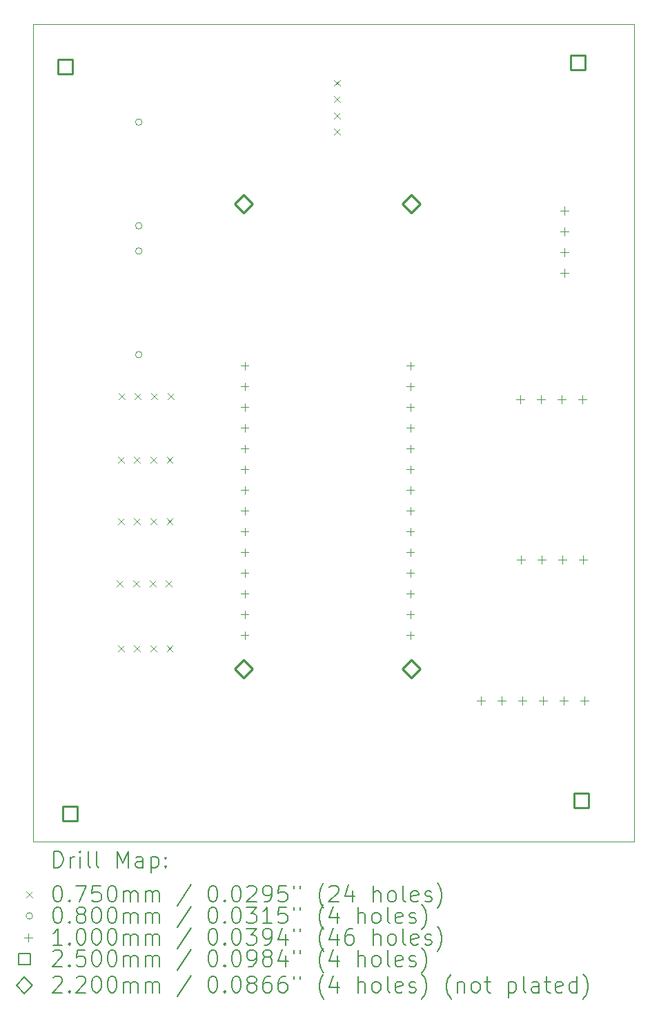
<source format=gbr>
%TF.GenerationSoftware,KiCad,Pcbnew,9.0.0*%
%TF.CreationDate,2025-03-17T10:49:35+01:00*%
%TF.ProjectId,farming_project,6661726d-696e-4675-9f70-726f6a656374,rev?*%
%TF.SameCoordinates,Original*%
%TF.FileFunction,Drillmap*%
%TF.FilePolarity,Positive*%
%FSLAX45Y45*%
G04 Gerber Fmt 4.5, Leading zero omitted, Abs format (unit mm)*
G04 Created by KiCad (PCBNEW 9.0.0) date 2025-03-17 10:49:35*
%MOMM*%
%LPD*%
G01*
G04 APERTURE LIST*
%ADD10C,0.050000*%
%ADD11C,0.200000*%
%ADD12C,0.100000*%
%ADD13C,0.250000*%
%ADD14C,0.220000*%
G04 APERTURE END LIST*
D10*
X10060000Y-3930000D02*
X10080000Y-3930000D01*
X17440000Y-3930000D02*
X17440000Y-13950000D01*
X10080000Y-3930000D02*
X17440000Y-3930000D01*
X17440000Y-13950000D02*
X10060000Y-13950000D01*
X10060000Y-13950000D02*
X10060000Y-3930000D01*
D11*
D12*
X11092500Y-10742500D02*
X11167500Y-10817500D01*
X11167500Y-10742500D02*
X11092500Y-10817500D01*
X11102500Y-9232500D02*
X11177500Y-9307500D01*
X11177500Y-9232500D02*
X11102500Y-9307500D01*
X11102500Y-9982500D02*
X11177500Y-10057500D01*
X11177500Y-9982500D02*
X11102500Y-10057500D01*
X11102500Y-11542500D02*
X11177500Y-11617500D01*
X11177500Y-11542500D02*
X11102500Y-11617500D01*
X11112500Y-8452500D02*
X11187500Y-8527500D01*
X11187500Y-8452500D02*
X11112500Y-8527500D01*
X11292500Y-10742500D02*
X11367500Y-10817500D01*
X11367500Y-10742500D02*
X11292500Y-10817500D01*
X11302500Y-9232500D02*
X11377500Y-9307500D01*
X11377500Y-9232500D02*
X11302500Y-9307500D01*
X11302500Y-9982500D02*
X11377500Y-10057500D01*
X11377500Y-9982500D02*
X11302500Y-10057500D01*
X11302500Y-11542500D02*
X11377500Y-11617500D01*
X11377500Y-11542500D02*
X11302500Y-11617500D01*
X11312500Y-8452500D02*
X11387500Y-8527500D01*
X11387500Y-8452500D02*
X11312500Y-8527500D01*
X11492500Y-10742500D02*
X11567500Y-10817500D01*
X11567500Y-10742500D02*
X11492500Y-10817500D01*
X11502500Y-9232500D02*
X11577500Y-9307500D01*
X11577500Y-9232500D02*
X11502500Y-9307500D01*
X11502500Y-9982500D02*
X11577500Y-10057500D01*
X11577500Y-9982500D02*
X11502500Y-10057500D01*
X11502500Y-11542500D02*
X11577500Y-11617500D01*
X11577500Y-11542500D02*
X11502500Y-11617500D01*
X11512500Y-8452500D02*
X11587500Y-8527500D01*
X11587500Y-8452500D02*
X11512500Y-8527500D01*
X11692500Y-10742500D02*
X11767500Y-10817500D01*
X11767500Y-10742500D02*
X11692500Y-10817500D01*
X11702500Y-9232500D02*
X11777500Y-9307500D01*
X11777500Y-9232500D02*
X11702500Y-9307500D01*
X11702500Y-9982500D02*
X11777500Y-10057500D01*
X11777500Y-9982500D02*
X11702500Y-10057500D01*
X11702500Y-11542500D02*
X11777500Y-11617500D01*
X11777500Y-11542500D02*
X11702500Y-11617500D01*
X11712500Y-8452500D02*
X11787500Y-8527500D01*
X11787500Y-8452500D02*
X11712500Y-8527500D01*
X13752500Y-4612500D02*
X13827500Y-4687500D01*
X13827500Y-4612500D02*
X13752500Y-4687500D01*
X13752500Y-4812500D02*
X13827500Y-4887500D01*
X13827500Y-4812500D02*
X13752500Y-4887500D01*
X13752500Y-5012500D02*
X13827500Y-5087500D01*
X13827500Y-5012500D02*
X13752500Y-5087500D01*
X13752500Y-5212500D02*
X13827500Y-5287500D01*
X13827500Y-5212500D02*
X13752500Y-5287500D01*
X11400000Y-5130000D02*
G75*
G02*
X11320000Y-5130000I-40000J0D01*
G01*
X11320000Y-5130000D02*
G75*
G02*
X11400000Y-5130000I40000J0D01*
G01*
X11400000Y-6400000D02*
G75*
G02*
X11320000Y-6400000I-40000J0D01*
G01*
X11320000Y-6400000D02*
G75*
G02*
X11400000Y-6400000I40000J0D01*
G01*
X11400000Y-6710000D02*
G75*
G02*
X11320000Y-6710000I-40000J0D01*
G01*
X11320000Y-6710000D02*
G75*
G02*
X11400000Y-6710000I40000J0D01*
G01*
X11400000Y-7980000D02*
G75*
G02*
X11320000Y-7980000I-40000J0D01*
G01*
X11320000Y-7980000D02*
G75*
G02*
X11400000Y-7980000I40000J0D01*
G01*
X12659000Y-8066480D02*
X12659000Y-8166480D01*
X12609000Y-8116480D02*
X12709000Y-8116480D01*
X12659000Y-8320480D02*
X12659000Y-8420480D01*
X12609000Y-8370480D02*
X12709000Y-8370480D01*
X12659000Y-8574480D02*
X12659000Y-8674480D01*
X12609000Y-8624480D02*
X12709000Y-8624480D01*
X12659000Y-8828480D02*
X12659000Y-8928480D01*
X12609000Y-8878480D02*
X12709000Y-8878480D01*
X12659000Y-9082480D02*
X12659000Y-9182480D01*
X12609000Y-9132480D02*
X12709000Y-9132480D01*
X12659000Y-9336480D02*
X12659000Y-9436480D01*
X12609000Y-9386480D02*
X12709000Y-9386480D01*
X12659000Y-9590480D02*
X12659000Y-9690480D01*
X12609000Y-9640480D02*
X12709000Y-9640480D01*
X12659000Y-9844480D02*
X12659000Y-9944480D01*
X12609000Y-9894480D02*
X12709000Y-9894480D01*
X12659000Y-10098480D02*
X12659000Y-10198480D01*
X12609000Y-10148480D02*
X12709000Y-10148480D01*
X12659000Y-10352480D02*
X12659000Y-10452480D01*
X12609000Y-10402480D02*
X12709000Y-10402480D01*
X12659000Y-10606480D02*
X12659000Y-10706480D01*
X12609000Y-10656480D02*
X12709000Y-10656480D01*
X12659000Y-10860480D02*
X12659000Y-10960480D01*
X12609000Y-10910480D02*
X12709000Y-10910480D01*
X12659000Y-11114480D02*
X12659000Y-11214480D01*
X12609000Y-11164480D02*
X12709000Y-11164480D01*
X12659000Y-11368480D02*
X12659000Y-11468480D01*
X12609000Y-11418480D02*
X12709000Y-11418480D01*
X14691000Y-8066480D02*
X14691000Y-8166480D01*
X14641000Y-8116480D02*
X14741000Y-8116480D01*
X14691000Y-8320480D02*
X14691000Y-8420480D01*
X14641000Y-8370480D02*
X14741000Y-8370480D01*
X14691000Y-8574480D02*
X14691000Y-8674480D01*
X14641000Y-8624480D02*
X14741000Y-8624480D01*
X14691000Y-8828480D02*
X14691000Y-8928480D01*
X14641000Y-8878480D02*
X14741000Y-8878480D01*
X14691000Y-9082480D02*
X14691000Y-9182480D01*
X14641000Y-9132480D02*
X14741000Y-9132480D01*
X14691000Y-9336480D02*
X14691000Y-9436480D01*
X14641000Y-9386480D02*
X14741000Y-9386480D01*
X14691000Y-9590480D02*
X14691000Y-9690480D01*
X14641000Y-9640480D02*
X14741000Y-9640480D01*
X14691000Y-9844480D02*
X14691000Y-9944480D01*
X14641000Y-9894480D02*
X14741000Y-9894480D01*
X14691000Y-10098480D02*
X14691000Y-10198480D01*
X14641000Y-10148480D02*
X14741000Y-10148480D01*
X14691000Y-10352480D02*
X14691000Y-10452480D01*
X14641000Y-10402480D02*
X14741000Y-10402480D01*
X14691000Y-10606480D02*
X14691000Y-10706480D01*
X14641000Y-10656480D02*
X14741000Y-10656480D01*
X14691000Y-10860480D02*
X14691000Y-10960480D01*
X14641000Y-10910480D02*
X14741000Y-10910480D01*
X14691000Y-11114480D02*
X14691000Y-11214480D01*
X14641000Y-11164480D02*
X14741000Y-11164480D01*
X14691000Y-11368480D02*
X14691000Y-11468480D01*
X14641000Y-11418480D02*
X14741000Y-11418480D01*
X15560000Y-12170000D02*
X15560000Y-12270000D01*
X15510000Y-12220000D02*
X15610000Y-12220000D01*
X15814000Y-12170000D02*
X15814000Y-12270000D01*
X15764000Y-12220000D02*
X15864000Y-12220000D01*
X16038000Y-8480000D02*
X16038000Y-8580000D01*
X15988000Y-8530000D02*
X16088000Y-8530000D01*
X16048000Y-10440000D02*
X16048000Y-10540000D01*
X15998000Y-10490000D02*
X16098000Y-10490000D01*
X16068000Y-12170000D02*
X16068000Y-12270000D01*
X16018000Y-12220000D02*
X16118000Y-12220000D01*
X16292000Y-8480000D02*
X16292000Y-8580000D01*
X16242000Y-8530000D02*
X16342000Y-8530000D01*
X16302000Y-10440000D02*
X16302000Y-10540000D01*
X16252000Y-10490000D02*
X16352000Y-10490000D01*
X16322000Y-12170000D02*
X16322000Y-12270000D01*
X16272000Y-12220000D02*
X16372000Y-12220000D01*
X16546000Y-8480000D02*
X16546000Y-8580000D01*
X16496000Y-8530000D02*
X16596000Y-8530000D01*
X16556000Y-10440000D02*
X16556000Y-10540000D01*
X16506000Y-10490000D02*
X16606000Y-10490000D01*
X16576000Y-12170000D02*
X16576000Y-12270000D01*
X16526000Y-12220000D02*
X16626000Y-12220000D01*
X16580000Y-6166000D02*
X16580000Y-6266000D01*
X16530000Y-6216000D02*
X16630000Y-6216000D01*
X16580000Y-6420000D02*
X16580000Y-6520000D01*
X16530000Y-6470000D02*
X16630000Y-6470000D01*
X16580000Y-6674000D02*
X16580000Y-6774000D01*
X16530000Y-6724000D02*
X16630000Y-6724000D01*
X16580000Y-6928000D02*
X16580000Y-7028000D01*
X16530000Y-6978000D02*
X16630000Y-6978000D01*
X16800000Y-8480000D02*
X16800000Y-8580000D01*
X16750000Y-8530000D02*
X16850000Y-8530000D01*
X16810000Y-10440000D02*
X16810000Y-10540000D01*
X16760000Y-10490000D02*
X16860000Y-10490000D01*
X16830000Y-12170000D02*
X16830000Y-12270000D01*
X16780000Y-12220000D02*
X16880000Y-12220000D01*
D13*
X10548389Y-4538389D02*
X10548389Y-4361611D01*
X10371611Y-4361611D01*
X10371611Y-4538389D01*
X10548389Y-4538389D01*
X10608389Y-13688389D02*
X10608389Y-13511611D01*
X10431611Y-13511611D01*
X10431611Y-13688389D01*
X10608389Y-13688389D01*
X16838389Y-4488389D02*
X16838389Y-4311611D01*
X16661611Y-4311611D01*
X16661611Y-4488389D01*
X16838389Y-4488389D01*
X16878389Y-13528389D02*
X16878389Y-13351611D01*
X16701611Y-13351611D01*
X16701611Y-13528389D01*
X16878389Y-13528389D01*
D14*
X12650000Y-6238000D02*
X12760000Y-6128000D01*
X12650000Y-6018000D01*
X12540000Y-6128000D01*
X12650000Y-6238000D01*
X12650000Y-11938000D02*
X12760000Y-11828000D01*
X12650000Y-11718000D01*
X12540000Y-11828000D01*
X12650000Y-11938000D01*
X14700000Y-6238000D02*
X14810000Y-6128000D01*
X14700000Y-6018000D01*
X14590000Y-6128000D01*
X14700000Y-6238000D01*
X14700000Y-11938000D02*
X14810000Y-11828000D01*
X14700000Y-11718000D01*
X14590000Y-11828000D01*
X14700000Y-11938000D01*
D11*
X10318277Y-14263984D02*
X10318277Y-14063984D01*
X10318277Y-14063984D02*
X10365896Y-14063984D01*
X10365896Y-14063984D02*
X10394467Y-14073508D01*
X10394467Y-14073508D02*
X10413515Y-14092555D01*
X10413515Y-14092555D02*
X10423039Y-14111603D01*
X10423039Y-14111603D02*
X10432563Y-14149698D01*
X10432563Y-14149698D02*
X10432563Y-14178269D01*
X10432563Y-14178269D02*
X10423039Y-14216365D01*
X10423039Y-14216365D02*
X10413515Y-14235412D01*
X10413515Y-14235412D02*
X10394467Y-14254460D01*
X10394467Y-14254460D02*
X10365896Y-14263984D01*
X10365896Y-14263984D02*
X10318277Y-14263984D01*
X10518277Y-14263984D02*
X10518277Y-14130650D01*
X10518277Y-14168746D02*
X10527801Y-14149698D01*
X10527801Y-14149698D02*
X10537324Y-14140174D01*
X10537324Y-14140174D02*
X10556372Y-14130650D01*
X10556372Y-14130650D02*
X10575420Y-14130650D01*
X10642086Y-14263984D02*
X10642086Y-14130650D01*
X10642086Y-14063984D02*
X10632563Y-14073508D01*
X10632563Y-14073508D02*
X10642086Y-14083031D01*
X10642086Y-14083031D02*
X10651610Y-14073508D01*
X10651610Y-14073508D02*
X10642086Y-14063984D01*
X10642086Y-14063984D02*
X10642086Y-14083031D01*
X10765896Y-14263984D02*
X10746848Y-14254460D01*
X10746848Y-14254460D02*
X10737324Y-14235412D01*
X10737324Y-14235412D02*
X10737324Y-14063984D01*
X10870658Y-14263984D02*
X10851610Y-14254460D01*
X10851610Y-14254460D02*
X10842086Y-14235412D01*
X10842086Y-14235412D02*
X10842086Y-14063984D01*
X11099229Y-14263984D02*
X11099229Y-14063984D01*
X11099229Y-14063984D02*
X11165896Y-14206841D01*
X11165896Y-14206841D02*
X11232562Y-14063984D01*
X11232562Y-14063984D02*
X11232562Y-14263984D01*
X11413515Y-14263984D02*
X11413515Y-14159222D01*
X11413515Y-14159222D02*
X11403991Y-14140174D01*
X11403991Y-14140174D02*
X11384943Y-14130650D01*
X11384943Y-14130650D02*
X11346848Y-14130650D01*
X11346848Y-14130650D02*
X11327801Y-14140174D01*
X11413515Y-14254460D02*
X11394467Y-14263984D01*
X11394467Y-14263984D02*
X11346848Y-14263984D01*
X11346848Y-14263984D02*
X11327801Y-14254460D01*
X11327801Y-14254460D02*
X11318277Y-14235412D01*
X11318277Y-14235412D02*
X11318277Y-14216365D01*
X11318277Y-14216365D02*
X11327801Y-14197317D01*
X11327801Y-14197317D02*
X11346848Y-14187793D01*
X11346848Y-14187793D02*
X11394467Y-14187793D01*
X11394467Y-14187793D02*
X11413515Y-14178269D01*
X11508753Y-14130650D02*
X11508753Y-14330650D01*
X11508753Y-14140174D02*
X11527801Y-14130650D01*
X11527801Y-14130650D02*
X11565896Y-14130650D01*
X11565896Y-14130650D02*
X11584943Y-14140174D01*
X11584943Y-14140174D02*
X11594467Y-14149698D01*
X11594467Y-14149698D02*
X11603991Y-14168746D01*
X11603991Y-14168746D02*
X11603991Y-14225888D01*
X11603991Y-14225888D02*
X11594467Y-14244936D01*
X11594467Y-14244936D02*
X11584943Y-14254460D01*
X11584943Y-14254460D02*
X11565896Y-14263984D01*
X11565896Y-14263984D02*
X11527801Y-14263984D01*
X11527801Y-14263984D02*
X11508753Y-14254460D01*
X11689705Y-14244936D02*
X11699229Y-14254460D01*
X11699229Y-14254460D02*
X11689705Y-14263984D01*
X11689705Y-14263984D02*
X11680182Y-14254460D01*
X11680182Y-14254460D02*
X11689705Y-14244936D01*
X11689705Y-14244936D02*
X11689705Y-14263984D01*
X11689705Y-14140174D02*
X11699229Y-14149698D01*
X11699229Y-14149698D02*
X11689705Y-14159222D01*
X11689705Y-14159222D02*
X11680182Y-14149698D01*
X11680182Y-14149698D02*
X11689705Y-14140174D01*
X11689705Y-14140174D02*
X11689705Y-14159222D01*
D12*
X9982500Y-14555000D02*
X10057500Y-14630000D01*
X10057500Y-14555000D02*
X9982500Y-14630000D01*
D11*
X10356372Y-14483984D02*
X10375420Y-14483984D01*
X10375420Y-14483984D02*
X10394467Y-14493508D01*
X10394467Y-14493508D02*
X10403991Y-14503031D01*
X10403991Y-14503031D02*
X10413515Y-14522079D01*
X10413515Y-14522079D02*
X10423039Y-14560174D01*
X10423039Y-14560174D02*
X10423039Y-14607793D01*
X10423039Y-14607793D02*
X10413515Y-14645888D01*
X10413515Y-14645888D02*
X10403991Y-14664936D01*
X10403991Y-14664936D02*
X10394467Y-14674460D01*
X10394467Y-14674460D02*
X10375420Y-14683984D01*
X10375420Y-14683984D02*
X10356372Y-14683984D01*
X10356372Y-14683984D02*
X10337324Y-14674460D01*
X10337324Y-14674460D02*
X10327801Y-14664936D01*
X10327801Y-14664936D02*
X10318277Y-14645888D01*
X10318277Y-14645888D02*
X10308753Y-14607793D01*
X10308753Y-14607793D02*
X10308753Y-14560174D01*
X10308753Y-14560174D02*
X10318277Y-14522079D01*
X10318277Y-14522079D02*
X10327801Y-14503031D01*
X10327801Y-14503031D02*
X10337324Y-14493508D01*
X10337324Y-14493508D02*
X10356372Y-14483984D01*
X10508753Y-14664936D02*
X10518277Y-14674460D01*
X10518277Y-14674460D02*
X10508753Y-14683984D01*
X10508753Y-14683984D02*
X10499229Y-14674460D01*
X10499229Y-14674460D02*
X10508753Y-14664936D01*
X10508753Y-14664936D02*
X10508753Y-14683984D01*
X10584944Y-14483984D02*
X10718277Y-14483984D01*
X10718277Y-14483984D02*
X10632563Y-14683984D01*
X10889705Y-14483984D02*
X10794467Y-14483984D01*
X10794467Y-14483984D02*
X10784944Y-14579222D01*
X10784944Y-14579222D02*
X10794467Y-14569698D01*
X10794467Y-14569698D02*
X10813515Y-14560174D01*
X10813515Y-14560174D02*
X10861134Y-14560174D01*
X10861134Y-14560174D02*
X10880182Y-14569698D01*
X10880182Y-14569698D02*
X10889705Y-14579222D01*
X10889705Y-14579222D02*
X10899229Y-14598269D01*
X10899229Y-14598269D02*
X10899229Y-14645888D01*
X10899229Y-14645888D02*
X10889705Y-14664936D01*
X10889705Y-14664936D02*
X10880182Y-14674460D01*
X10880182Y-14674460D02*
X10861134Y-14683984D01*
X10861134Y-14683984D02*
X10813515Y-14683984D01*
X10813515Y-14683984D02*
X10794467Y-14674460D01*
X10794467Y-14674460D02*
X10784944Y-14664936D01*
X11023039Y-14483984D02*
X11042086Y-14483984D01*
X11042086Y-14483984D02*
X11061134Y-14493508D01*
X11061134Y-14493508D02*
X11070658Y-14503031D01*
X11070658Y-14503031D02*
X11080182Y-14522079D01*
X11080182Y-14522079D02*
X11089705Y-14560174D01*
X11089705Y-14560174D02*
X11089705Y-14607793D01*
X11089705Y-14607793D02*
X11080182Y-14645888D01*
X11080182Y-14645888D02*
X11070658Y-14664936D01*
X11070658Y-14664936D02*
X11061134Y-14674460D01*
X11061134Y-14674460D02*
X11042086Y-14683984D01*
X11042086Y-14683984D02*
X11023039Y-14683984D01*
X11023039Y-14683984D02*
X11003991Y-14674460D01*
X11003991Y-14674460D02*
X10994467Y-14664936D01*
X10994467Y-14664936D02*
X10984944Y-14645888D01*
X10984944Y-14645888D02*
X10975420Y-14607793D01*
X10975420Y-14607793D02*
X10975420Y-14560174D01*
X10975420Y-14560174D02*
X10984944Y-14522079D01*
X10984944Y-14522079D02*
X10994467Y-14503031D01*
X10994467Y-14503031D02*
X11003991Y-14493508D01*
X11003991Y-14493508D02*
X11023039Y-14483984D01*
X11175420Y-14683984D02*
X11175420Y-14550650D01*
X11175420Y-14569698D02*
X11184943Y-14560174D01*
X11184943Y-14560174D02*
X11203991Y-14550650D01*
X11203991Y-14550650D02*
X11232563Y-14550650D01*
X11232563Y-14550650D02*
X11251610Y-14560174D01*
X11251610Y-14560174D02*
X11261134Y-14579222D01*
X11261134Y-14579222D02*
X11261134Y-14683984D01*
X11261134Y-14579222D02*
X11270658Y-14560174D01*
X11270658Y-14560174D02*
X11289705Y-14550650D01*
X11289705Y-14550650D02*
X11318277Y-14550650D01*
X11318277Y-14550650D02*
X11337324Y-14560174D01*
X11337324Y-14560174D02*
X11346848Y-14579222D01*
X11346848Y-14579222D02*
X11346848Y-14683984D01*
X11442086Y-14683984D02*
X11442086Y-14550650D01*
X11442086Y-14569698D02*
X11451610Y-14560174D01*
X11451610Y-14560174D02*
X11470658Y-14550650D01*
X11470658Y-14550650D02*
X11499229Y-14550650D01*
X11499229Y-14550650D02*
X11518277Y-14560174D01*
X11518277Y-14560174D02*
X11527801Y-14579222D01*
X11527801Y-14579222D02*
X11527801Y-14683984D01*
X11527801Y-14579222D02*
X11537324Y-14560174D01*
X11537324Y-14560174D02*
X11556372Y-14550650D01*
X11556372Y-14550650D02*
X11584943Y-14550650D01*
X11584943Y-14550650D02*
X11603991Y-14560174D01*
X11603991Y-14560174D02*
X11613515Y-14579222D01*
X11613515Y-14579222D02*
X11613515Y-14683984D01*
X12003991Y-14474460D02*
X11832563Y-14731603D01*
X12261134Y-14483984D02*
X12280182Y-14483984D01*
X12280182Y-14483984D02*
X12299229Y-14493508D01*
X12299229Y-14493508D02*
X12308753Y-14503031D01*
X12308753Y-14503031D02*
X12318277Y-14522079D01*
X12318277Y-14522079D02*
X12327801Y-14560174D01*
X12327801Y-14560174D02*
X12327801Y-14607793D01*
X12327801Y-14607793D02*
X12318277Y-14645888D01*
X12318277Y-14645888D02*
X12308753Y-14664936D01*
X12308753Y-14664936D02*
X12299229Y-14674460D01*
X12299229Y-14674460D02*
X12280182Y-14683984D01*
X12280182Y-14683984D02*
X12261134Y-14683984D01*
X12261134Y-14683984D02*
X12242086Y-14674460D01*
X12242086Y-14674460D02*
X12232563Y-14664936D01*
X12232563Y-14664936D02*
X12223039Y-14645888D01*
X12223039Y-14645888D02*
X12213515Y-14607793D01*
X12213515Y-14607793D02*
X12213515Y-14560174D01*
X12213515Y-14560174D02*
X12223039Y-14522079D01*
X12223039Y-14522079D02*
X12232563Y-14503031D01*
X12232563Y-14503031D02*
X12242086Y-14493508D01*
X12242086Y-14493508D02*
X12261134Y-14483984D01*
X12413515Y-14664936D02*
X12423039Y-14674460D01*
X12423039Y-14674460D02*
X12413515Y-14683984D01*
X12413515Y-14683984D02*
X12403991Y-14674460D01*
X12403991Y-14674460D02*
X12413515Y-14664936D01*
X12413515Y-14664936D02*
X12413515Y-14683984D01*
X12546848Y-14483984D02*
X12565896Y-14483984D01*
X12565896Y-14483984D02*
X12584944Y-14493508D01*
X12584944Y-14493508D02*
X12594467Y-14503031D01*
X12594467Y-14503031D02*
X12603991Y-14522079D01*
X12603991Y-14522079D02*
X12613515Y-14560174D01*
X12613515Y-14560174D02*
X12613515Y-14607793D01*
X12613515Y-14607793D02*
X12603991Y-14645888D01*
X12603991Y-14645888D02*
X12594467Y-14664936D01*
X12594467Y-14664936D02*
X12584944Y-14674460D01*
X12584944Y-14674460D02*
X12565896Y-14683984D01*
X12565896Y-14683984D02*
X12546848Y-14683984D01*
X12546848Y-14683984D02*
X12527801Y-14674460D01*
X12527801Y-14674460D02*
X12518277Y-14664936D01*
X12518277Y-14664936D02*
X12508753Y-14645888D01*
X12508753Y-14645888D02*
X12499229Y-14607793D01*
X12499229Y-14607793D02*
X12499229Y-14560174D01*
X12499229Y-14560174D02*
X12508753Y-14522079D01*
X12508753Y-14522079D02*
X12518277Y-14503031D01*
X12518277Y-14503031D02*
X12527801Y-14493508D01*
X12527801Y-14493508D02*
X12546848Y-14483984D01*
X12689706Y-14503031D02*
X12699229Y-14493508D01*
X12699229Y-14493508D02*
X12718277Y-14483984D01*
X12718277Y-14483984D02*
X12765896Y-14483984D01*
X12765896Y-14483984D02*
X12784944Y-14493508D01*
X12784944Y-14493508D02*
X12794467Y-14503031D01*
X12794467Y-14503031D02*
X12803991Y-14522079D01*
X12803991Y-14522079D02*
X12803991Y-14541127D01*
X12803991Y-14541127D02*
X12794467Y-14569698D01*
X12794467Y-14569698D02*
X12680182Y-14683984D01*
X12680182Y-14683984D02*
X12803991Y-14683984D01*
X12899229Y-14683984D02*
X12937325Y-14683984D01*
X12937325Y-14683984D02*
X12956372Y-14674460D01*
X12956372Y-14674460D02*
X12965896Y-14664936D01*
X12965896Y-14664936D02*
X12984944Y-14636365D01*
X12984944Y-14636365D02*
X12994467Y-14598269D01*
X12994467Y-14598269D02*
X12994467Y-14522079D01*
X12994467Y-14522079D02*
X12984944Y-14503031D01*
X12984944Y-14503031D02*
X12975420Y-14493508D01*
X12975420Y-14493508D02*
X12956372Y-14483984D01*
X12956372Y-14483984D02*
X12918277Y-14483984D01*
X12918277Y-14483984D02*
X12899229Y-14493508D01*
X12899229Y-14493508D02*
X12889706Y-14503031D01*
X12889706Y-14503031D02*
X12880182Y-14522079D01*
X12880182Y-14522079D02*
X12880182Y-14569698D01*
X12880182Y-14569698D02*
X12889706Y-14588746D01*
X12889706Y-14588746D02*
X12899229Y-14598269D01*
X12899229Y-14598269D02*
X12918277Y-14607793D01*
X12918277Y-14607793D02*
X12956372Y-14607793D01*
X12956372Y-14607793D02*
X12975420Y-14598269D01*
X12975420Y-14598269D02*
X12984944Y-14588746D01*
X12984944Y-14588746D02*
X12994467Y-14569698D01*
X13175420Y-14483984D02*
X13080182Y-14483984D01*
X13080182Y-14483984D02*
X13070658Y-14579222D01*
X13070658Y-14579222D02*
X13080182Y-14569698D01*
X13080182Y-14569698D02*
X13099229Y-14560174D01*
X13099229Y-14560174D02*
X13146848Y-14560174D01*
X13146848Y-14560174D02*
X13165896Y-14569698D01*
X13165896Y-14569698D02*
X13175420Y-14579222D01*
X13175420Y-14579222D02*
X13184944Y-14598269D01*
X13184944Y-14598269D02*
X13184944Y-14645888D01*
X13184944Y-14645888D02*
X13175420Y-14664936D01*
X13175420Y-14664936D02*
X13165896Y-14674460D01*
X13165896Y-14674460D02*
X13146848Y-14683984D01*
X13146848Y-14683984D02*
X13099229Y-14683984D01*
X13099229Y-14683984D02*
X13080182Y-14674460D01*
X13080182Y-14674460D02*
X13070658Y-14664936D01*
X13261134Y-14483984D02*
X13261134Y-14522079D01*
X13337325Y-14483984D02*
X13337325Y-14522079D01*
X13632563Y-14760174D02*
X13623039Y-14750650D01*
X13623039Y-14750650D02*
X13603991Y-14722079D01*
X13603991Y-14722079D02*
X13594468Y-14703031D01*
X13594468Y-14703031D02*
X13584944Y-14674460D01*
X13584944Y-14674460D02*
X13575420Y-14626841D01*
X13575420Y-14626841D02*
X13575420Y-14588746D01*
X13575420Y-14588746D02*
X13584944Y-14541127D01*
X13584944Y-14541127D02*
X13594468Y-14512555D01*
X13594468Y-14512555D02*
X13603991Y-14493508D01*
X13603991Y-14493508D02*
X13623039Y-14464936D01*
X13623039Y-14464936D02*
X13632563Y-14455412D01*
X13699229Y-14503031D02*
X13708753Y-14493508D01*
X13708753Y-14493508D02*
X13727801Y-14483984D01*
X13727801Y-14483984D02*
X13775420Y-14483984D01*
X13775420Y-14483984D02*
X13794468Y-14493508D01*
X13794468Y-14493508D02*
X13803991Y-14503031D01*
X13803991Y-14503031D02*
X13813515Y-14522079D01*
X13813515Y-14522079D02*
X13813515Y-14541127D01*
X13813515Y-14541127D02*
X13803991Y-14569698D01*
X13803991Y-14569698D02*
X13689706Y-14683984D01*
X13689706Y-14683984D02*
X13813515Y-14683984D01*
X13984944Y-14550650D02*
X13984944Y-14683984D01*
X13937325Y-14474460D02*
X13889706Y-14617317D01*
X13889706Y-14617317D02*
X14013515Y-14617317D01*
X14242087Y-14683984D02*
X14242087Y-14483984D01*
X14327801Y-14683984D02*
X14327801Y-14579222D01*
X14327801Y-14579222D02*
X14318277Y-14560174D01*
X14318277Y-14560174D02*
X14299230Y-14550650D01*
X14299230Y-14550650D02*
X14270658Y-14550650D01*
X14270658Y-14550650D02*
X14251610Y-14560174D01*
X14251610Y-14560174D02*
X14242087Y-14569698D01*
X14451610Y-14683984D02*
X14432563Y-14674460D01*
X14432563Y-14674460D02*
X14423039Y-14664936D01*
X14423039Y-14664936D02*
X14413515Y-14645888D01*
X14413515Y-14645888D02*
X14413515Y-14588746D01*
X14413515Y-14588746D02*
X14423039Y-14569698D01*
X14423039Y-14569698D02*
X14432563Y-14560174D01*
X14432563Y-14560174D02*
X14451610Y-14550650D01*
X14451610Y-14550650D02*
X14480182Y-14550650D01*
X14480182Y-14550650D02*
X14499230Y-14560174D01*
X14499230Y-14560174D02*
X14508753Y-14569698D01*
X14508753Y-14569698D02*
X14518277Y-14588746D01*
X14518277Y-14588746D02*
X14518277Y-14645888D01*
X14518277Y-14645888D02*
X14508753Y-14664936D01*
X14508753Y-14664936D02*
X14499230Y-14674460D01*
X14499230Y-14674460D02*
X14480182Y-14683984D01*
X14480182Y-14683984D02*
X14451610Y-14683984D01*
X14632563Y-14683984D02*
X14613515Y-14674460D01*
X14613515Y-14674460D02*
X14603991Y-14655412D01*
X14603991Y-14655412D02*
X14603991Y-14483984D01*
X14784944Y-14674460D02*
X14765896Y-14683984D01*
X14765896Y-14683984D02*
X14727801Y-14683984D01*
X14727801Y-14683984D02*
X14708753Y-14674460D01*
X14708753Y-14674460D02*
X14699230Y-14655412D01*
X14699230Y-14655412D02*
X14699230Y-14579222D01*
X14699230Y-14579222D02*
X14708753Y-14560174D01*
X14708753Y-14560174D02*
X14727801Y-14550650D01*
X14727801Y-14550650D02*
X14765896Y-14550650D01*
X14765896Y-14550650D02*
X14784944Y-14560174D01*
X14784944Y-14560174D02*
X14794468Y-14579222D01*
X14794468Y-14579222D02*
X14794468Y-14598269D01*
X14794468Y-14598269D02*
X14699230Y-14617317D01*
X14870658Y-14674460D02*
X14889706Y-14683984D01*
X14889706Y-14683984D02*
X14927801Y-14683984D01*
X14927801Y-14683984D02*
X14946849Y-14674460D01*
X14946849Y-14674460D02*
X14956372Y-14655412D01*
X14956372Y-14655412D02*
X14956372Y-14645888D01*
X14956372Y-14645888D02*
X14946849Y-14626841D01*
X14946849Y-14626841D02*
X14927801Y-14617317D01*
X14927801Y-14617317D02*
X14899230Y-14617317D01*
X14899230Y-14617317D02*
X14880182Y-14607793D01*
X14880182Y-14607793D02*
X14870658Y-14588746D01*
X14870658Y-14588746D02*
X14870658Y-14579222D01*
X14870658Y-14579222D02*
X14880182Y-14560174D01*
X14880182Y-14560174D02*
X14899230Y-14550650D01*
X14899230Y-14550650D02*
X14927801Y-14550650D01*
X14927801Y-14550650D02*
X14946849Y-14560174D01*
X15023039Y-14760174D02*
X15032563Y-14750650D01*
X15032563Y-14750650D02*
X15051611Y-14722079D01*
X15051611Y-14722079D02*
X15061134Y-14703031D01*
X15061134Y-14703031D02*
X15070658Y-14674460D01*
X15070658Y-14674460D02*
X15080182Y-14626841D01*
X15080182Y-14626841D02*
X15080182Y-14588746D01*
X15080182Y-14588746D02*
X15070658Y-14541127D01*
X15070658Y-14541127D02*
X15061134Y-14512555D01*
X15061134Y-14512555D02*
X15051611Y-14493508D01*
X15051611Y-14493508D02*
X15032563Y-14464936D01*
X15032563Y-14464936D02*
X15023039Y-14455412D01*
D12*
X10057500Y-14856500D02*
G75*
G02*
X9977500Y-14856500I-40000J0D01*
G01*
X9977500Y-14856500D02*
G75*
G02*
X10057500Y-14856500I40000J0D01*
G01*
D11*
X10356372Y-14747984D02*
X10375420Y-14747984D01*
X10375420Y-14747984D02*
X10394467Y-14757508D01*
X10394467Y-14757508D02*
X10403991Y-14767031D01*
X10403991Y-14767031D02*
X10413515Y-14786079D01*
X10413515Y-14786079D02*
X10423039Y-14824174D01*
X10423039Y-14824174D02*
X10423039Y-14871793D01*
X10423039Y-14871793D02*
X10413515Y-14909888D01*
X10413515Y-14909888D02*
X10403991Y-14928936D01*
X10403991Y-14928936D02*
X10394467Y-14938460D01*
X10394467Y-14938460D02*
X10375420Y-14947984D01*
X10375420Y-14947984D02*
X10356372Y-14947984D01*
X10356372Y-14947984D02*
X10337324Y-14938460D01*
X10337324Y-14938460D02*
X10327801Y-14928936D01*
X10327801Y-14928936D02*
X10318277Y-14909888D01*
X10318277Y-14909888D02*
X10308753Y-14871793D01*
X10308753Y-14871793D02*
X10308753Y-14824174D01*
X10308753Y-14824174D02*
X10318277Y-14786079D01*
X10318277Y-14786079D02*
X10327801Y-14767031D01*
X10327801Y-14767031D02*
X10337324Y-14757508D01*
X10337324Y-14757508D02*
X10356372Y-14747984D01*
X10508753Y-14928936D02*
X10518277Y-14938460D01*
X10518277Y-14938460D02*
X10508753Y-14947984D01*
X10508753Y-14947984D02*
X10499229Y-14938460D01*
X10499229Y-14938460D02*
X10508753Y-14928936D01*
X10508753Y-14928936D02*
X10508753Y-14947984D01*
X10632563Y-14833698D02*
X10613515Y-14824174D01*
X10613515Y-14824174D02*
X10603991Y-14814650D01*
X10603991Y-14814650D02*
X10594467Y-14795603D01*
X10594467Y-14795603D02*
X10594467Y-14786079D01*
X10594467Y-14786079D02*
X10603991Y-14767031D01*
X10603991Y-14767031D02*
X10613515Y-14757508D01*
X10613515Y-14757508D02*
X10632563Y-14747984D01*
X10632563Y-14747984D02*
X10670658Y-14747984D01*
X10670658Y-14747984D02*
X10689705Y-14757508D01*
X10689705Y-14757508D02*
X10699229Y-14767031D01*
X10699229Y-14767031D02*
X10708753Y-14786079D01*
X10708753Y-14786079D02*
X10708753Y-14795603D01*
X10708753Y-14795603D02*
X10699229Y-14814650D01*
X10699229Y-14814650D02*
X10689705Y-14824174D01*
X10689705Y-14824174D02*
X10670658Y-14833698D01*
X10670658Y-14833698D02*
X10632563Y-14833698D01*
X10632563Y-14833698D02*
X10613515Y-14843222D01*
X10613515Y-14843222D02*
X10603991Y-14852746D01*
X10603991Y-14852746D02*
X10594467Y-14871793D01*
X10594467Y-14871793D02*
X10594467Y-14909888D01*
X10594467Y-14909888D02*
X10603991Y-14928936D01*
X10603991Y-14928936D02*
X10613515Y-14938460D01*
X10613515Y-14938460D02*
X10632563Y-14947984D01*
X10632563Y-14947984D02*
X10670658Y-14947984D01*
X10670658Y-14947984D02*
X10689705Y-14938460D01*
X10689705Y-14938460D02*
X10699229Y-14928936D01*
X10699229Y-14928936D02*
X10708753Y-14909888D01*
X10708753Y-14909888D02*
X10708753Y-14871793D01*
X10708753Y-14871793D02*
X10699229Y-14852746D01*
X10699229Y-14852746D02*
X10689705Y-14843222D01*
X10689705Y-14843222D02*
X10670658Y-14833698D01*
X10832563Y-14747984D02*
X10851610Y-14747984D01*
X10851610Y-14747984D02*
X10870658Y-14757508D01*
X10870658Y-14757508D02*
X10880182Y-14767031D01*
X10880182Y-14767031D02*
X10889705Y-14786079D01*
X10889705Y-14786079D02*
X10899229Y-14824174D01*
X10899229Y-14824174D02*
X10899229Y-14871793D01*
X10899229Y-14871793D02*
X10889705Y-14909888D01*
X10889705Y-14909888D02*
X10880182Y-14928936D01*
X10880182Y-14928936D02*
X10870658Y-14938460D01*
X10870658Y-14938460D02*
X10851610Y-14947984D01*
X10851610Y-14947984D02*
X10832563Y-14947984D01*
X10832563Y-14947984D02*
X10813515Y-14938460D01*
X10813515Y-14938460D02*
X10803991Y-14928936D01*
X10803991Y-14928936D02*
X10794467Y-14909888D01*
X10794467Y-14909888D02*
X10784944Y-14871793D01*
X10784944Y-14871793D02*
X10784944Y-14824174D01*
X10784944Y-14824174D02*
X10794467Y-14786079D01*
X10794467Y-14786079D02*
X10803991Y-14767031D01*
X10803991Y-14767031D02*
X10813515Y-14757508D01*
X10813515Y-14757508D02*
X10832563Y-14747984D01*
X11023039Y-14747984D02*
X11042086Y-14747984D01*
X11042086Y-14747984D02*
X11061134Y-14757508D01*
X11061134Y-14757508D02*
X11070658Y-14767031D01*
X11070658Y-14767031D02*
X11080182Y-14786079D01*
X11080182Y-14786079D02*
X11089705Y-14824174D01*
X11089705Y-14824174D02*
X11089705Y-14871793D01*
X11089705Y-14871793D02*
X11080182Y-14909888D01*
X11080182Y-14909888D02*
X11070658Y-14928936D01*
X11070658Y-14928936D02*
X11061134Y-14938460D01*
X11061134Y-14938460D02*
X11042086Y-14947984D01*
X11042086Y-14947984D02*
X11023039Y-14947984D01*
X11023039Y-14947984D02*
X11003991Y-14938460D01*
X11003991Y-14938460D02*
X10994467Y-14928936D01*
X10994467Y-14928936D02*
X10984944Y-14909888D01*
X10984944Y-14909888D02*
X10975420Y-14871793D01*
X10975420Y-14871793D02*
X10975420Y-14824174D01*
X10975420Y-14824174D02*
X10984944Y-14786079D01*
X10984944Y-14786079D02*
X10994467Y-14767031D01*
X10994467Y-14767031D02*
X11003991Y-14757508D01*
X11003991Y-14757508D02*
X11023039Y-14747984D01*
X11175420Y-14947984D02*
X11175420Y-14814650D01*
X11175420Y-14833698D02*
X11184943Y-14824174D01*
X11184943Y-14824174D02*
X11203991Y-14814650D01*
X11203991Y-14814650D02*
X11232563Y-14814650D01*
X11232563Y-14814650D02*
X11251610Y-14824174D01*
X11251610Y-14824174D02*
X11261134Y-14843222D01*
X11261134Y-14843222D02*
X11261134Y-14947984D01*
X11261134Y-14843222D02*
X11270658Y-14824174D01*
X11270658Y-14824174D02*
X11289705Y-14814650D01*
X11289705Y-14814650D02*
X11318277Y-14814650D01*
X11318277Y-14814650D02*
X11337324Y-14824174D01*
X11337324Y-14824174D02*
X11346848Y-14843222D01*
X11346848Y-14843222D02*
X11346848Y-14947984D01*
X11442086Y-14947984D02*
X11442086Y-14814650D01*
X11442086Y-14833698D02*
X11451610Y-14824174D01*
X11451610Y-14824174D02*
X11470658Y-14814650D01*
X11470658Y-14814650D02*
X11499229Y-14814650D01*
X11499229Y-14814650D02*
X11518277Y-14824174D01*
X11518277Y-14824174D02*
X11527801Y-14843222D01*
X11527801Y-14843222D02*
X11527801Y-14947984D01*
X11527801Y-14843222D02*
X11537324Y-14824174D01*
X11537324Y-14824174D02*
X11556372Y-14814650D01*
X11556372Y-14814650D02*
X11584943Y-14814650D01*
X11584943Y-14814650D02*
X11603991Y-14824174D01*
X11603991Y-14824174D02*
X11613515Y-14843222D01*
X11613515Y-14843222D02*
X11613515Y-14947984D01*
X12003991Y-14738460D02*
X11832563Y-14995603D01*
X12261134Y-14747984D02*
X12280182Y-14747984D01*
X12280182Y-14747984D02*
X12299229Y-14757508D01*
X12299229Y-14757508D02*
X12308753Y-14767031D01*
X12308753Y-14767031D02*
X12318277Y-14786079D01*
X12318277Y-14786079D02*
X12327801Y-14824174D01*
X12327801Y-14824174D02*
X12327801Y-14871793D01*
X12327801Y-14871793D02*
X12318277Y-14909888D01*
X12318277Y-14909888D02*
X12308753Y-14928936D01*
X12308753Y-14928936D02*
X12299229Y-14938460D01*
X12299229Y-14938460D02*
X12280182Y-14947984D01*
X12280182Y-14947984D02*
X12261134Y-14947984D01*
X12261134Y-14947984D02*
X12242086Y-14938460D01*
X12242086Y-14938460D02*
X12232563Y-14928936D01*
X12232563Y-14928936D02*
X12223039Y-14909888D01*
X12223039Y-14909888D02*
X12213515Y-14871793D01*
X12213515Y-14871793D02*
X12213515Y-14824174D01*
X12213515Y-14824174D02*
X12223039Y-14786079D01*
X12223039Y-14786079D02*
X12232563Y-14767031D01*
X12232563Y-14767031D02*
X12242086Y-14757508D01*
X12242086Y-14757508D02*
X12261134Y-14747984D01*
X12413515Y-14928936D02*
X12423039Y-14938460D01*
X12423039Y-14938460D02*
X12413515Y-14947984D01*
X12413515Y-14947984D02*
X12403991Y-14938460D01*
X12403991Y-14938460D02*
X12413515Y-14928936D01*
X12413515Y-14928936D02*
X12413515Y-14947984D01*
X12546848Y-14747984D02*
X12565896Y-14747984D01*
X12565896Y-14747984D02*
X12584944Y-14757508D01*
X12584944Y-14757508D02*
X12594467Y-14767031D01*
X12594467Y-14767031D02*
X12603991Y-14786079D01*
X12603991Y-14786079D02*
X12613515Y-14824174D01*
X12613515Y-14824174D02*
X12613515Y-14871793D01*
X12613515Y-14871793D02*
X12603991Y-14909888D01*
X12603991Y-14909888D02*
X12594467Y-14928936D01*
X12594467Y-14928936D02*
X12584944Y-14938460D01*
X12584944Y-14938460D02*
X12565896Y-14947984D01*
X12565896Y-14947984D02*
X12546848Y-14947984D01*
X12546848Y-14947984D02*
X12527801Y-14938460D01*
X12527801Y-14938460D02*
X12518277Y-14928936D01*
X12518277Y-14928936D02*
X12508753Y-14909888D01*
X12508753Y-14909888D02*
X12499229Y-14871793D01*
X12499229Y-14871793D02*
X12499229Y-14824174D01*
X12499229Y-14824174D02*
X12508753Y-14786079D01*
X12508753Y-14786079D02*
X12518277Y-14767031D01*
X12518277Y-14767031D02*
X12527801Y-14757508D01*
X12527801Y-14757508D02*
X12546848Y-14747984D01*
X12680182Y-14747984D02*
X12803991Y-14747984D01*
X12803991Y-14747984D02*
X12737325Y-14824174D01*
X12737325Y-14824174D02*
X12765896Y-14824174D01*
X12765896Y-14824174D02*
X12784944Y-14833698D01*
X12784944Y-14833698D02*
X12794467Y-14843222D01*
X12794467Y-14843222D02*
X12803991Y-14862269D01*
X12803991Y-14862269D02*
X12803991Y-14909888D01*
X12803991Y-14909888D02*
X12794467Y-14928936D01*
X12794467Y-14928936D02*
X12784944Y-14938460D01*
X12784944Y-14938460D02*
X12765896Y-14947984D01*
X12765896Y-14947984D02*
X12708753Y-14947984D01*
X12708753Y-14947984D02*
X12689706Y-14938460D01*
X12689706Y-14938460D02*
X12680182Y-14928936D01*
X12994467Y-14947984D02*
X12880182Y-14947984D01*
X12937325Y-14947984D02*
X12937325Y-14747984D01*
X12937325Y-14747984D02*
X12918277Y-14776555D01*
X12918277Y-14776555D02*
X12899229Y-14795603D01*
X12899229Y-14795603D02*
X12880182Y-14805127D01*
X13175420Y-14747984D02*
X13080182Y-14747984D01*
X13080182Y-14747984D02*
X13070658Y-14843222D01*
X13070658Y-14843222D02*
X13080182Y-14833698D01*
X13080182Y-14833698D02*
X13099229Y-14824174D01*
X13099229Y-14824174D02*
X13146848Y-14824174D01*
X13146848Y-14824174D02*
X13165896Y-14833698D01*
X13165896Y-14833698D02*
X13175420Y-14843222D01*
X13175420Y-14843222D02*
X13184944Y-14862269D01*
X13184944Y-14862269D02*
X13184944Y-14909888D01*
X13184944Y-14909888D02*
X13175420Y-14928936D01*
X13175420Y-14928936D02*
X13165896Y-14938460D01*
X13165896Y-14938460D02*
X13146848Y-14947984D01*
X13146848Y-14947984D02*
X13099229Y-14947984D01*
X13099229Y-14947984D02*
X13080182Y-14938460D01*
X13080182Y-14938460D02*
X13070658Y-14928936D01*
X13261134Y-14747984D02*
X13261134Y-14786079D01*
X13337325Y-14747984D02*
X13337325Y-14786079D01*
X13632563Y-15024174D02*
X13623039Y-15014650D01*
X13623039Y-15014650D02*
X13603991Y-14986079D01*
X13603991Y-14986079D02*
X13594468Y-14967031D01*
X13594468Y-14967031D02*
X13584944Y-14938460D01*
X13584944Y-14938460D02*
X13575420Y-14890841D01*
X13575420Y-14890841D02*
X13575420Y-14852746D01*
X13575420Y-14852746D02*
X13584944Y-14805127D01*
X13584944Y-14805127D02*
X13594468Y-14776555D01*
X13594468Y-14776555D02*
X13603991Y-14757508D01*
X13603991Y-14757508D02*
X13623039Y-14728936D01*
X13623039Y-14728936D02*
X13632563Y-14719412D01*
X13794468Y-14814650D02*
X13794468Y-14947984D01*
X13746848Y-14738460D02*
X13699229Y-14881317D01*
X13699229Y-14881317D02*
X13823039Y-14881317D01*
X14051610Y-14947984D02*
X14051610Y-14747984D01*
X14137325Y-14947984D02*
X14137325Y-14843222D01*
X14137325Y-14843222D02*
X14127801Y-14824174D01*
X14127801Y-14824174D02*
X14108753Y-14814650D01*
X14108753Y-14814650D02*
X14080182Y-14814650D01*
X14080182Y-14814650D02*
X14061134Y-14824174D01*
X14061134Y-14824174D02*
X14051610Y-14833698D01*
X14261134Y-14947984D02*
X14242087Y-14938460D01*
X14242087Y-14938460D02*
X14232563Y-14928936D01*
X14232563Y-14928936D02*
X14223039Y-14909888D01*
X14223039Y-14909888D02*
X14223039Y-14852746D01*
X14223039Y-14852746D02*
X14232563Y-14833698D01*
X14232563Y-14833698D02*
X14242087Y-14824174D01*
X14242087Y-14824174D02*
X14261134Y-14814650D01*
X14261134Y-14814650D02*
X14289706Y-14814650D01*
X14289706Y-14814650D02*
X14308753Y-14824174D01*
X14308753Y-14824174D02*
X14318277Y-14833698D01*
X14318277Y-14833698D02*
X14327801Y-14852746D01*
X14327801Y-14852746D02*
X14327801Y-14909888D01*
X14327801Y-14909888D02*
X14318277Y-14928936D01*
X14318277Y-14928936D02*
X14308753Y-14938460D01*
X14308753Y-14938460D02*
X14289706Y-14947984D01*
X14289706Y-14947984D02*
X14261134Y-14947984D01*
X14442087Y-14947984D02*
X14423039Y-14938460D01*
X14423039Y-14938460D02*
X14413515Y-14919412D01*
X14413515Y-14919412D02*
X14413515Y-14747984D01*
X14594468Y-14938460D02*
X14575420Y-14947984D01*
X14575420Y-14947984D02*
X14537325Y-14947984D01*
X14537325Y-14947984D02*
X14518277Y-14938460D01*
X14518277Y-14938460D02*
X14508753Y-14919412D01*
X14508753Y-14919412D02*
X14508753Y-14843222D01*
X14508753Y-14843222D02*
X14518277Y-14824174D01*
X14518277Y-14824174D02*
X14537325Y-14814650D01*
X14537325Y-14814650D02*
X14575420Y-14814650D01*
X14575420Y-14814650D02*
X14594468Y-14824174D01*
X14594468Y-14824174D02*
X14603991Y-14843222D01*
X14603991Y-14843222D02*
X14603991Y-14862269D01*
X14603991Y-14862269D02*
X14508753Y-14881317D01*
X14680182Y-14938460D02*
X14699230Y-14947984D01*
X14699230Y-14947984D02*
X14737325Y-14947984D01*
X14737325Y-14947984D02*
X14756372Y-14938460D01*
X14756372Y-14938460D02*
X14765896Y-14919412D01*
X14765896Y-14919412D02*
X14765896Y-14909888D01*
X14765896Y-14909888D02*
X14756372Y-14890841D01*
X14756372Y-14890841D02*
X14737325Y-14881317D01*
X14737325Y-14881317D02*
X14708753Y-14881317D01*
X14708753Y-14881317D02*
X14689706Y-14871793D01*
X14689706Y-14871793D02*
X14680182Y-14852746D01*
X14680182Y-14852746D02*
X14680182Y-14843222D01*
X14680182Y-14843222D02*
X14689706Y-14824174D01*
X14689706Y-14824174D02*
X14708753Y-14814650D01*
X14708753Y-14814650D02*
X14737325Y-14814650D01*
X14737325Y-14814650D02*
X14756372Y-14824174D01*
X14832563Y-15024174D02*
X14842087Y-15014650D01*
X14842087Y-15014650D02*
X14861134Y-14986079D01*
X14861134Y-14986079D02*
X14870658Y-14967031D01*
X14870658Y-14967031D02*
X14880182Y-14938460D01*
X14880182Y-14938460D02*
X14889706Y-14890841D01*
X14889706Y-14890841D02*
X14889706Y-14852746D01*
X14889706Y-14852746D02*
X14880182Y-14805127D01*
X14880182Y-14805127D02*
X14870658Y-14776555D01*
X14870658Y-14776555D02*
X14861134Y-14757508D01*
X14861134Y-14757508D02*
X14842087Y-14728936D01*
X14842087Y-14728936D02*
X14832563Y-14719412D01*
D12*
X10007500Y-15070500D02*
X10007500Y-15170500D01*
X9957500Y-15120500D02*
X10057500Y-15120500D01*
D11*
X10423039Y-15211984D02*
X10308753Y-15211984D01*
X10365896Y-15211984D02*
X10365896Y-15011984D01*
X10365896Y-15011984D02*
X10346848Y-15040555D01*
X10346848Y-15040555D02*
X10327801Y-15059603D01*
X10327801Y-15059603D02*
X10308753Y-15069127D01*
X10508753Y-15192936D02*
X10518277Y-15202460D01*
X10518277Y-15202460D02*
X10508753Y-15211984D01*
X10508753Y-15211984D02*
X10499229Y-15202460D01*
X10499229Y-15202460D02*
X10508753Y-15192936D01*
X10508753Y-15192936D02*
X10508753Y-15211984D01*
X10642086Y-15011984D02*
X10661134Y-15011984D01*
X10661134Y-15011984D02*
X10680182Y-15021508D01*
X10680182Y-15021508D02*
X10689705Y-15031031D01*
X10689705Y-15031031D02*
X10699229Y-15050079D01*
X10699229Y-15050079D02*
X10708753Y-15088174D01*
X10708753Y-15088174D02*
X10708753Y-15135793D01*
X10708753Y-15135793D02*
X10699229Y-15173888D01*
X10699229Y-15173888D02*
X10689705Y-15192936D01*
X10689705Y-15192936D02*
X10680182Y-15202460D01*
X10680182Y-15202460D02*
X10661134Y-15211984D01*
X10661134Y-15211984D02*
X10642086Y-15211984D01*
X10642086Y-15211984D02*
X10623039Y-15202460D01*
X10623039Y-15202460D02*
X10613515Y-15192936D01*
X10613515Y-15192936D02*
X10603991Y-15173888D01*
X10603991Y-15173888D02*
X10594467Y-15135793D01*
X10594467Y-15135793D02*
X10594467Y-15088174D01*
X10594467Y-15088174D02*
X10603991Y-15050079D01*
X10603991Y-15050079D02*
X10613515Y-15031031D01*
X10613515Y-15031031D02*
X10623039Y-15021508D01*
X10623039Y-15021508D02*
X10642086Y-15011984D01*
X10832563Y-15011984D02*
X10851610Y-15011984D01*
X10851610Y-15011984D02*
X10870658Y-15021508D01*
X10870658Y-15021508D02*
X10880182Y-15031031D01*
X10880182Y-15031031D02*
X10889705Y-15050079D01*
X10889705Y-15050079D02*
X10899229Y-15088174D01*
X10899229Y-15088174D02*
X10899229Y-15135793D01*
X10899229Y-15135793D02*
X10889705Y-15173888D01*
X10889705Y-15173888D02*
X10880182Y-15192936D01*
X10880182Y-15192936D02*
X10870658Y-15202460D01*
X10870658Y-15202460D02*
X10851610Y-15211984D01*
X10851610Y-15211984D02*
X10832563Y-15211984D01*
X10832563Y-15211984D02*
X10813515Y-15202460D01*
X10813515Y-15202460D02*
X10803991Y-15192936D01*
X10803991Y-15192936D02*
X10794467Y-15173888D01*
X10794467Y-15173888D02*
X10784944Y-15135793D01*
X10784944Y-15135793D02*
X10784944Y-15088174D01*
X10784944Y-15088174D02*
X10794467Y-15050079D01*
X10794467Y-15050079D02*
X10803991Y-15031031D01*
X10803991Y-15031031D02*
X10813515Y-15021508D01*
X10813515Y-15021508D02*
X10832563Y-15011984D01*
X11023039Y-15011984D02*
X11042086Y-15011984D01*
X11042086Y-15011984D02*
X11061134Y-15021508D01*
X11061134Y-15021508D02*
X11070658Y-15031031D01*
X11070658Y-15031031D02*
X11080182Y-15050079D01*
X11080182Y-15050079D02*
X11089705Y-15088174D01*
X11089705Y-15088174D02*
X11089705Y-15135793D01*
X11089705Y-15135793D02*
X11080182Y-15173888D01*
X11080182Y-15173888D02*
X11070658Y-15192936D01*
X11070658Y-15192936D02*
X11061134Y-15202460D01*
X11061134Y-15202460D02*
X11042086Y-15211984D01*
X11042086Y-15211984D02*
X11023039Y-15211984D01*
X11023039Y-15211984D02*
X11003991Y-15202460D01*
X11003991Y-15202460D02*
X10994467Y-15192936D01*
X10994467Y-15192936D02*
X10984944Y-15173888D01*
X10984944Y-15173888D02*
X10975420Y-15135793D01*
X10975420Y-15135793D02*
X10975420Y-15088174D01*
X10975420Y-15088174D02*
X10984944Y-15050079D01*
X10984944Y-15050079D02*
X10994467Y-15031031D01*
X10994467Y-15031031D02*
X11003991Y-15021508D01*
X11003991Y-15021508D02*
X11023039Y-15011984D01*
X11175420Y-15211984D02*
X11175420Y-15078650D01*
X11175420Y-15097698D02*
X11184943Y-15088174D01*
X11184943Y-15088174D02*
X11203991Y-15078650D01*
X11203991Y-15078650D02*
X11232563Y-15078650D01*
X11232563Y-15078650D02*
X11251610Y-15088174D01*
X11251610Y-15088174D02*
X11261134Y-15107222D01*
X11261134Y-15107222D02*
X11261134Y-15211984D01*
X11261134Y-15107222D02*
X11270658Y-15088174D01*
X11270658Y-15088174D02*
X11289705Y-15078650D01*
X11289705Y-15078650D02*
X11318277Y-15078650D01*
X11318277Y-15078650D02*
X11337324Y-15088174D01*
X11337324Y-15088174D02*
X11346848Y-15107222D01*
X11346848Y-15107222D02*
X11346848Y-15211984D01*
X11442086Y-15211984D02*
X11442086Y-15078650D01*
X11442086Y-15097698D02*
X11451610Y-15088174D01*
X11451610Y-15088174D02*
X11470658Y-15078650D01*
X11470658Y-15078650D02*
X11499229Y-15078650D01*
X11499229Y-15078650D02*
X11518277Y-15088174D01*
X11518277Y-15088174D02*
X11527801Y-15107222D01*
X11527801Y-15107222D02*
X11527801Y-15211984D01*
X11527801Y-15107222D02*
X11537324Y-15088174D01*
X11537324Y-15088174D02*
X11556372Y-15078650D01*
X11556372Y-15078650D02*
X11584943Y-15078650D01*
X11584943Y-15078650D02*
X11603991Y-15088174D01*
X11603991Y-15088174D02*
X11613515Y-15107222D01*
X11613515Y-15107222D02*
X11613515Y-15211984D01*
X12003991Y-15002460D02*
X11832563Y-15259603D01*
X12261134Y-15011984D02*
X12280182Y-15011984D01*
X12280182Y-15011984D02*
X12299229Y-15021508D01*
X12299229Y-15021508D02*
X12308753Y-15031031D01*
X12308753Y-15031031D02*
X12318277Y-15050079D01*
X12318277Y-15050079D02*
X12327801Y-15088174D01*
X12327801Y-15088174D02*
X12327801Y-15135793D01*
X12327801Y-15135793D02*
X12318277Y-15173888D01*
X12318277Y-15173888D02*
X12308753Y-15192936D01*
X12308753Y-15192936D02*
X12299229Y-15202460D01*
X12299229Y-15202460D02*
X12280182Y-15211984D01*
X12280182Y-15211984D02*
X12261134Y-15211984D01*
X12261134Y-15211984D02*
X12242086Y-15202460D01*
X12242086Y-15202460D02*
X12232563Y-15192936D01*
X12232563Y-15192936D02*
X12223039Y-15173888D01*
X12223039Y-15173888D02*
X12213515Y-15135793D01*
X12213515Y-15135793D02*
X12213515Y-15088174D01*
X12213515Y-15088174D02*
X12223039Y-15050079D01*
X12223039Y-15050079D02*
X12232563Y-15031031D01*
X12232563Y-15031031D02*
X12242086Y-15021508D01*
X12242086Y-15021508D02*
X12261134Y-15011984D01*
X12413515Y-15192936D02*
X12423039Y-15202460D01*
X12423039Y-15202460D02*
X12413515Y-15211984D01*
X12413515Y-15211984D02*
X12403991Y-15202460D01*
X12403991Y-15202460D02*
X12413515Y-15192936D01*
X12413515Y-15192936D02*
X12413515Y-15211984D01*
X12546848Y-15011984D02*
X12565896Y-15011984D01*
X12565896Y-15011984D02*
X12584944Y-15021508D01*
X12584944Y-15021508D02*
X12594467Y-15031031D01*
X12594467Y-15031031D02*
X12603991Y-15050079D01*
X12603991Y-15050079D02*
X12613515Y-15088174D01*
X12613515Y-15088174D02*
X12613515Y-15135793D01*
X12613515Y-15135793D02*
X12603991Y-15173888D01*
X12603991Y-15173888D02*
X12594467Y-15192936D01*
X12594467Y-15192936D02*
X12584944Y-15202460D01*
X12584944Y-15202460D02*
X12565896Y-15211984D01*
X12565896Y-15211984D02*
X12546848Y-15211984D01*
X12546848Y-15211984D02*
X12527801Y-15202460D01*
X12527801Y-15202460D02*
X12518277Y-15192936D01*
X12518277Y-15192936D02*
X12508753Y-15173888D01*
X12508753Y-15173888D02*
X12499229Y-15135793D01*
X12499229Y-15135793D02*
X12499229Y-15088174D01*
X12499229Y-15088174D02*
X12508753Y-15050079D01*
X12508753Y-15050079D02*
X12518277Y-15031031D01*
X12518277Y-15031031D02*
X12527801Y-15021508D01*
X12527801Y-15021508D02*
X12546848Y-15011984D01*
X12680182Y-15011984D02*
X12803991Y-15011984D01*
X12803991Y-15011984D02*
X12737325Y-15088174D01*
X12737325Y-15088174D02*
X12765896Y-15088174D01*
X12765896Y-15088174D02*
X12784944Y-15097698D01*
X12784944Y-15097698D02*
X12794467Y-15107222D01*
X12794467Y-15107222D02*
X12803991Y-15126269D01*
X12803991Y-15126269D02*
X12803991Y-15173888D01*
X12803991Y-15173888D02*
X12794467Y-15192936D01*
X12794467Y-15192936D02*
X12784944Y-15202460D01*
X12784944Y-15202460D02*
X12765896Y-15211984D01*
X12765896Y-15211984D02*
X12708753Y-15211984D01*
X12708753Y-15211984D02*
X12689706Y-15202460D01*
X12689706Y-15202460D02*
X12680182Y-15192936D01*
X12899229Y-15211984D02*
X12937325Y-15211984D01*
X12937325Y-15211984D02*
X12956372Y-15202460D01*
X12956372Y-15202460D02*
X12965896Y-15192936D01*
X12965896Y-15192936D02*
X12984944Y-15164365D01*
X12984944Y-15164365D02*
X12994467Y-15126269D01*
X12994467Y-15126269D02*
X12994467Y-15050079D01*
X12994467Y-15050079D02*
X12984944Y-15031031D01*
X12984944Y-15031031D02*
X12975420Y-15021508D01*
X12975420Y-15021508D02*
X12956372Y-15011984D01*
X12956372Y-15011984D02*
X12918277Y-15011984D01*
X12918277Y-15011984D02*
X12899229Y-15021508D01*
X12899229Y-15021508D02*
X12889706Y-15031031D01*
X12889706Y-15031031D02*
X12880182Y-15050079D01*
X12880182Y-15050079D02*
X12880182Y-15097698D01*
X12880182Y-15097698D02*
X12889706Y-15116746D01*
X12889706Y-15116746D02*
X12899229Y-15126269D01*
X12899229Y-15126269D02*
X12918277Y-15135793D01*
X12918277Y-15135793D02*
X12956372Y-15135793D01*
X12956372Y-15135793D02*
X12975420Y-15126269D01*
X12975420Y-15126269D02*
X12984944Y-15116746D01*
X12984944Y-15116746D02*
X12994467Y-15097698D01*
X13165896Y-15078650D02*
X13165896Y-15211984D01*
X13118277Y-15002460D02*
X13070658Y-15145317D01*
X13070658Y-15145317D02*
X13194467Y-15145317D01*
X13261134Y-15011984D02*
X13261134Y-15050079D01*
X13337325Y-15011984D02*
X13337325Y-15050079D01*
X13632563Y-15288174D02*
X13623039Y-15278650D01*
X13623039Y-15278650D02*
X13603991Y-15250079D01*
X13603991Y-15250079D02*
X13594468Y-15231031D01*
X13594468Y-15231031D02*
X13584944Y-15202460D01*
X13584944Y-15202460D02*
X13575420Y-15154841D01*
X13575420Y-15154841D02*
X13575420Y-15116746D01*
X13575420Y-15116746D02*
X13584944Y-15069127D01*
X13584944Y-15069127D02*
X13594468Y-15040555D01*
X13594468Y-15040555D02*
X13603991Y-15021508D01*
X13603991Y-15021508D02*
X13623039Y-14992936D01*
X13623039Y-14992936D02*
X13632563Y-14983412D01*
X13794468Y-15078650D02*
X13794468Y-15211984D01*
X13746848Y-15002460D02*
X13699229Y-15145317D01*
X13699229Y-15145317D02*
X13823039Y-15145317D01*
X13984944Y-15011984D02*
X13946848Y-15011984D01*
X13946848Y-15011984D02*
X13927801Y-15021508D01*
X13927801Y-15021508D02*
X13918277Y-15031031D01*
X13918277Y-15031031D02*
X13899229Y-15059603D01*
X13899229Y-15059603D02*
X13889706Y-15097698D01*
X13889706Y-15097698D02*
X13889706Y-15173888D01*
X13889706Y-15173888D02*
X13899229Y-15192936D01*
X13899229Y-15192936D02*
X13908753Y-15202460D01*
X13908753Y-15202460D02*
X13927801Y-15211984D01*
X13927801Y-15211984D02*
X13965896Y-15211984D01*
X13965896Y-15211984D02*
X13984944Y-15202460D01*
X13984944Y-15202460D02*
X13994468Y-15192936D01*
X13994468Y-15192936D02*
X14003991Y-15173888D01*
X14003991Y-15173888D02*
X14003991Y-15126269D01*
X14003991Y-15126269D02*
X13994468Y-15107222D01*
X13994468Y-15107222D02*
X13984944Y-15097698D01*
X13984944Y-15097698D02*
X13965896Y-15088174D01*
X13965896Y-15088174D02*
X13927801Y-15088174D01*
X13927801Y-15088174D02*
X13908753Y-15097698D01*
X13908753Y-15097698D02*
X13899229Y-15107222D01*
X13899229Y-15107222D02*
X13889706Y-15126269D01*
X14242087Y-15211984D02*
X14242087Y-15011984D01*
X14327801Y-15211984D02*
X14327801Y-15107222D01*
X14327801Y-15107222D02*
X14318277Y-15088174D01*
X14318277Y-15088174D02*
X14299230Y-15078650D01*
X14299230Y-15078650D02*
X14270658Y-15078650D01*
X14270658Y-15078650D02*
X14251610Y-15088174D01*
X14251610Y-15088174D02*
X14242087Y-15097698D01*
X14451610Y-15211984D02*
X14432563Y-15202460D01*
X14432563Y-15202460D02*
X14423039Y-15192936D01*
X14423039Y-15192936D02*
X14413515Y-15173888D01*
X14413515Y-15173888D02*
X14413515Y-15116746D01*
X14413515Y-15116746D02*
X14423039Y-15097698D01*
X14423039Y-15097698D02*
X14432563Y-15088174D01*
X14432563Y-15088174D02*
X14451610Y-15078650D01*
X14451610Y-15078650D02*
X14480182Y-15078650D01*
X14480182Y-15078650D02*
X14499230Y-15088174D01*
X14499230Y-15088174D02*
X14508753Y-15097698D01*
X14508753Y-15097698D02*
X14518277Y-15116746D01*
X14518277Y-15116746D02*
X14518277Y-15173888D01*
X14518277Y-15173888D02*
X14508753Y-15192936D01*
X14508753Y-15192936D02*
X14499230Y-15202460D01*
X14499230Y-15202460D02*
X14480182Y-15211984D01*
X14480182Y-15211984D02*
X14451610Y-15211984D01*
X14632563Y-15211984D02*
X14613515Y-15202460D01*
X14613515Y-15202460D02*
X14603991Y-15183412D01*
X14603991Y-15183412D02*
X14603991Y-15011984D01*
X14784944Y-15202460D02*
X14765896Y-15211984D01*
X14765896Y-15211984D02*
X14727801Y-15211984D01*
X14727801Y-15211984D02*
X14708753Y-15202460D01*
X14708753Y-15202460D02*
X14699230Y-15183412D01*
X14699230Y-15183412D02*
X14699230Y-15107222D01*
X14699230Y-15107222D02*
X14708753Y-15088174D01*
X14708753Y-15088174D02*
X14727801Y-15078650D01*
X14727801Y-15078650D02*
X14765896Y-15078650D01*
X14765896Y-15078650D02*
X14784944Y-15088174D01*
X14784944Y-15088174D02*
X14794468Y-15107222D01*
X14794468Y-15107222D02*
X14794468Y-15126269D01*
X14794468Y-15126269D02*
X14699230Y-15145317D01*
X14870658Y-15202460D02*
X14889706Y-15211984D01*
X14889706Y-15211984D02*
X14927801Y-15211984D01*
X14927801Y-15211984D02*
X14946849Y-15202460D01*
X14946849Y-15202460D02*
X14956372Y-15183412D01*
X14956372Y-15183412D02*
X14956372Y-15173888D01*
X14956372Y-15173888D02*
X14946849Y-15154841D01*
X14946849Y-15154841D02*
X14927801Y-15145317D01*
X14927801Y-15145317D02*
X14899230Y-15145317D01*
X14899230Y-15145317D02*
X14880182Y-15135793D01*
X14880182Y-15135793D02*
X14870658Y-15116746D01*
X14870658Y-15116746D02*
X14870658Y-15107222D01*
X14870658Y-15107222D02*
X14880182Y-15088174D01*
X14880182Y-15088174D02*
X14899230Y-15078650D01*
X14899230Y-15078650D02*
X14927801Y-15078650D01*
X14927801Y-15078650D02*
X14946849Y-15088174D01*
X15023039Y-15288174D02*
X15032563Y-15278650D01*
X15032563Y-15278650D02*
X15051611Y-15250079D01*
X15051611Y-15250079D02*
X15061134Y-15231031D01*
X15061134Y-15231031D02*
X15070658Y-15202460D01*
X15070658Y-15202460D02*
X15080182Y-15154841D01*
X15080182Y-15154841D02*
X15080182Y-15116746D01*
X15080182Y-15116746D02*
X15070658Y-15069127D01*
X15070658Y-15069127D02*
X15061134Y-15040555D01*
X15061134Y-15040555D02*
X15051611Y-15021508D01*
X15051611Y-15021508D02*
X15032563Y-14992936D01*
X15032563Y-14992936D02*
X15023039Y-14983412D01*
X10028211Y-15455211D02*
X10028211Y-15313789D01*
X9886789Y-15313789D01*
X9886789Y-15455211D01*
X10028211Y-15455211D01*
X10308753Y-15295031D02*
X10318277Y-15285508D01*
X10318277Y-15285508D02*
X10337324Y-15275984D01*
X10337324Y-15275984D02*
X10384944Y-15275984D01*
X10384944Y-15275984D02*
X10403991Y-15285508D01*
X10403991Y-15285508D02*
X10413515Y-15295031D01*
X10413515Y-15295031D02*
X10423039Y-15314079D01*
X10423039Y-15314079D02*
X10423039Y-15333127D01*
X10423039Y-15333127D02*
X10413515Y-15361698D01*
X10413515Y-15361698D02*
X10299229Y-15475984D01*
X10299229Y-15475984D02*
X10423039Y-15475984D01*
X10508753Y-15456936D02*
X10518277Y-15466460D01*
X10518277Y-15466460D02*
X10508753Y-15475984D01*
X10508753Y-15475984D02*
X10499229Y-15466460D01*
X10499229Y-15466460D02*
X10508753Y-15456936D01*
X10508753Y-15456936D02*
X10508753Y-15475984D01*
X10699229Y-15275984D02*
X10603991Y-15275984D01*
X10603991Y-15275984D02*
X10594467Y-15371222D01*
X10594467Y-15371222D02*
X10603991Y-15361698D01*
X10603991Y-15361698D02*
X10623039Y-15352174D01*
X10623039Y-15352174D02*
X10670658Y-15352174D01*
X10670658Y-15352174D02*
X10689705Y-15361698D01*
X10689705Y-15361698D02*
X10699229Y-15371222D01*
X10699229Y-15371222D02*
X10708753Y-15390269D01*
X10708753Y-15390269D02*
X10708753Y-15437888D01*
X10708753Y-15437888D02*
X10699229Y-15456936D01*
X10699229Y-15456936D02*
X10689705Y-15466460D01*
X10689705Y-15466460D02*
X10670658Y-15475984D01*
X10670658Y-15475984D02*
X10623039Y-15475984D01*
X10623039Y-15475984D02*
X10603991Y-15466460D01*
X10603991Y-15466460D02*
X10594467Y-15456936D01*
X10832563Y-15275984D02*
X10851610Y-15275984D01*
X10851610Y-15275984D02*
X10870658Y-15285508D01*
X10870658Y-15285508D02*
X10880182Y-15295031D01*
X10880182Y-15295031D02*
X10889705Y-15314079D01*
X10889705Y-15314079D02*
X10899229Y-15352174D01*
X10899229Y-15352174D02*
X10899229Y-15399793D01*
X10899229Y-15399793D02*
X10889705Y-15437888D01*
X10889705Y-15437888D02*
X10880182Y-15456936D01*
X10880182Y-15456936D02*
X10870658Y-15466460D01*
X10870658Y-15466460D02*
X10851610Y-15475984D01*
X10851610Y-15475984D02*
X10832563Y-15475984D01*
X10832563Y-15475984D02*
X10813515Y-15466460D01*
X10813515Y-15466460D02*
X10803991Y-15456936D01*
X10803991Y-15456936D02*
X10794467Y-15437888D01*
X10794467Y-15437888D02*
X10784944Y-15399793D01*
X10784944Y-15399793D02*
X10784944Y-15352174D01*
X10784944Y-15352174D02*
X10794467Y-15314079D01*
X10794467Y-15314079D02*
X10803991Y-15295031D01*
X10803991Y-15295031D02*
X10813515Y-15285508D01*
X10813515Y-15285508D02*
X10832563Y-15275984D01*
X11023039Y-15275984D02*
X11042086Y-15275984D01*
X11042086Y-15275984D02*
X11061134Y-15285508D01*
X11061134Y-15285508D02*
X11070658Y-15295031D01*
X11070658Y-15295031D02*
X11080182Y-15314079D01*
X11080182Y-15314079D02*
X11089705Y-15352174D01*
X11089705Y-15352174D02*
X11089705Y-15399793D01*
X11089705Y-15399793D02*
X11080182Y-15437888D01*
X11080182Y-15437888D02*
X11070658Y-15456936D01*
X11070658Y-15456936D02*
X11061134Y-15466460D01*
X11061134Y-15466460D02*
X11042086Y-15475984D01*
X11042086Y-15475984D02*
X11023039Y-15475984D01*
X11023039Y-15475984D02*
X11003991Y-15466460D01*
X11003991Y-15466460D02*
X10994467Y-15456936D01*
X10994467Y-15456936D02*
X10984944Y-15437888D01*
X10984944Y-15437888D02*
X10975420Y-15399793D01*
X10975420Y-15399793D02*
X10975420Y-15352174D01*
X10975420Y-15352174D02*
X10984944Y-15314079D01*
X10984944Y-15314079D02*
X10994467Y-15295031D01*
X10994467Y-15295031D02*
X11003991Y-15285508D01*
X11003991Y-15285508D02*
X11023039Y-15275984D01*
X11175420Y-15475984D02*
X11175420Y-15342650D01*
X11175420Y-15361698D02*
X11184943Y-15352174D01*
X11184943Y-15352174D02*
X11203991Y-15342650D01*
X11203991Y-15342650D02*
X11232563Y-15342650D01*
X11232563Y-15342650D02*
X11251610Y-15352174D01*
X11251610Y-15352174D02*
X11261134Y-15371222D01*
X11261134Y-15371222D02*
X11261134Y-15475984D01*
X11261134Y-15371222D02*
X11270658Y-15352174D01*
X11270658Y-15352174D02*
X11289705Y-15342650D01*
X11289705Y-15342650D02*
X11318277Y-15342650D01*
X11318277Y-15342650D02*
X11337324Y-15352174D01*
X11337324Y-15352174D02*
X11346848Y-15371222D01*
X11346848Y-15371222D02*
X11346848Y-15475984D01*
X11442086Y-15475984D02*
X11442086Y-15342650D01*
X11442086Y-15361698D02*
X11451610Y-15352174D01*
X11451610Y-15352174D02*
X11470658Y-15342650D01*
X11470658Y-15342650D02*
X11499229Y-15342650D01*
X11499229Y-15342650D02*
X11518277Y-15352174D01*
X11518277Y-15352174D02*
X11527801Y-15371222D01*
X11527801Y-15371222D02*
X11527801Y-15475984D01*
X11527801Y-15371222D02*
X11537324Y-15352174D01*
X11537324Y-15352174D02*
X11556372Y-15342650D01*
X11556372Y-15342650D02*
X11584943Y-15342650D01*
X11584943Y-15342650D02*
X11603991Y-15352174D01*
X11603991Y-15352174D02*
X11613515Y-15371222D01*
X11613515Y-15371222D02*
X11613515Y-15475984D01*
X12003991Y-15266460D02*
X11832563Y-15523603D01*
X12261134Y-15275984D02*
X12280182Y-15275984D01*
X12280182Y-15275984D02*
X12299229Y-15285508D01*
X12299229Y-15285508D02*
X12308753Y-15295031D01*
X12308753Y-15295031D02*
X12318277Y-15314079D01*
X12318277Y-15314079D02*
X12327801Y-15352174D01*
X12327801Y-15352174D02*
X12327801Y-15399793D01*
X12327801Y-15399793D02*
X12318277Y-15437888D01*
X12318277Y-15437888D02*
X12308753Y-15456936D01*
X12308753Y-15456936D02*
X12299229Y-15466460D01*
X12299229Y-15466460D02*
X12280182Y-15475984D01*
X12280182Y-15475984D02*
X12261134Y-15475984D01*
X12261134Y-15475984D02*
X12242086Y-15466460D01*
X12242086Y-15466460D02*
X12232563Y-15456936D01*
X12232563Y-15456936D02*
X12223039Y-15437888D01*
X12223039Y-15437888D02*
X12213515Y-15399793D01*
X12213515Y-15399793D02*
X12213515Y-15352174D01*
X12213515Y-15352174D02*
X12223039Y-15314079D01*
X12223039Y-15314079D02*
X12232563Y-15295031D01*
X12232563Y-15295031D02*
X12242086Y-15285508D01*
X12242086Y-15285508D02*
X12261134Y-15275984D01*
X12413515Y-15456936D02*
X12423039Y-15466460D01*
X12423039Y-15466460D02*
X12413515Y-15475984D01*
X12413515Y-15475984D02*
X12403991Y-15466460D01*
X12403991Y-15466460D02*
X12413515Y-15456936D01*
X12413515Y-15456936D02*
X12413515Y-15475984D01*
X12546848Y-15275984D02*
X12565896Y-15275984D01*
X12565896Y-15275984D02*
X12584944Y-15285508D01*
X12584944Y-15285508D02*
X12594467Y-15295031D01*
X12594467Y-15295031D02*
X12603991Y-15314079D01*
X12603991Y-15314079D02*
X12613515Y-15352174D01*
X12613515Y-15352174D02*
X12613515Y-15399793D01*
X12613515Y-15399793D02*
X12603991Y-15437888D01*
X12603991Y-15437888D02*
X12594467Y-15456936D01*
X12594467Y-15456936D02*
X12584944Y-15466460D01*
X12584944Y-15466460D02*
X12565896Y-15475984D01*
X12565896Y-15475984D02*
X12546848Y-15475984D01*
X12546848Y-15475984D02*
X12527801Y-15466460D01*
X12527801Y-15466460D02*
X12518277Y-15456936D01*
X12518277Y-15456936D02*
X12508753Y-15437888D01*
X12508753Y-15437888D02*
X12499229Y-15399793D01*
X12499229Y-15399793D02*
X12499229Y-15352174D01*
X12499229Y-15352174D02*
X12508753Y-15314079D01*
X12508753Y-15314079D02*
X12518277Y-15295031D01*
X12518277Y-15295031D02*
X12527801Y-15285508D01*
X12527801Y-15285508D02*
X12546848Y-15275984D01*
X12708753Y-15475984D02*
X12746848Y-15475984D01*
X12746848Y-15475984D02*
X12765896Y-15466460D01*
X12765896Y-15466460D02*
X12775420Y-15456936D01*
X12775420Y-15456936D02*
X12794467Y-15428365D01*
X12794467Y-15428365D02*
X12803991Y-15390269D01*
X12803991Y-15390269D02*
X12803991Y-15314079D01*
X12803991Y-15314079D02*
X12794467Y-15295031D01*
X12794467Y-15295031D02*
X12784944Y-15285508D01*
X12784944Y-15285508D02*
X12765896Y-15275984D01*
X12765896Y-15275984D02*
X12727801Y-15275984D01*
X12727801Y-15275984D02*
X12708753Y-15285508D01*
X12708753Y-15285508D02*
X12699229Y-15295031D01*
X12699229Y-15295031D02*
X12689706Y-15314079D01*
X12689706Y-15314079D02*
X12689706Y-15361698D01*
X12689706Y-15361698D02*
X12699229Y-15380746D01*
X12699229Y-15380746D02*
X12708753Y-15390269D01*
X12708753Y-15390269D02*
X12727801Y-15399793D01*
X12727801Y-15399793D02*
X12765896Y-15399793D01*
X12765896Y-15399793D02*
X12784944Y-15390269D01*
X12784944Y-15390269D02*
X12794467Y-15380746D01*
X12794467Y-15380746D02*
X12803991Y-15361698D01*
X12918277Y-15361698D02*
X12899229Y-15352174D01*
X12899229Y-15352174D02*
X12889706Y-15342650D01*
X12889706Y-15342650D02*
X12880182Y-15323603D01*
X12880182Y-15323603D02*
X12880182Y-15314079D01*
X12880182Y-15314079D02*
X12889706Y-15295031D01*
X12889706Y-15295031D02*
X12899229Y-15285508D01*
X12899229Y-15285508D02*
X12918277Y-15275984D01*
X12918277Y-15275984D02*
X12956372Y-15275984D01*
X12956372Y-15275984D02*
X12975420Y-15285508D01*
X12975420Y-15285508D02*
X12984944Y-15295031D01*
X12984944Y-15295031D02*
X12994467Y-15314079D01*
X12994467Y-15314079D02*
X12994467Y-15323603D01*
X12994467Y-15323603D02*
X12984944Y-15342650D01*
X12984944Y-15342650D02*
X12975420Y-15352174D01*
X12975420Y-15352174D02*
X12956372Y-15361698D01*
X12956372Y-15361698D02*
X12918277Y-15361698D01*
X12918277Y-15361698D02*
X12899229Y-15371222D01*
X12899229Y-15371222D02*
X12889706Y-15380746D01*
X12889706Y-15380746D02*
X12880182Y-15399793D01*
X12880182Y-15399793D02*
X12880182Y-15437888D01*
X12880182Y-15437888D02*
X12889706Y-15456936D01*
X12889706Y-15456936D02*
X12899229Y-15466460D01*
X12899229Y-15466460D02*
X12918277Y-15475984D01*
X12918277Y-15475984D02*
X12956372Y-15475984D01*
X12956372Y-15475984D02*
X12975420Y-15466460D01*
X12975420Y-15466460D02*
X12984944Y-15456936D01*
X12984944Y-15456936D02*
X12994467Y-15437888D01*
X12994467Y-15437888D02*
X12994467Y-15399793D01*
X12994467Y-15399793D02*
X12984944Y-15380746D01*
X12984944Y-15380746D02*
X12975420Y-15371222D01*
X12975420Y-15371222D02*
X12956372Y-15361698D01*
X13165896Y-15342650D02*
X13165896Y-15475984D01*
X13118277Y-15266460D02*
X13070658Y-15409317D01*
X13070658Y-15409317D02*
X13194467Y-15409317D01*
X13261134Y-15275984D02*
X13261134Y-15314079D01*
X13337325Y-15275984D02*
X13337325Y-15314079D01*
X13632563Y-15552174D02*
X13623039Y-15542650D01*
X13623039Y-15542650D02*
X13603991Y-15514079D01*
X13603991Y-15514079D02*
X13594468Y-15495031D01*
X13594468Y-15495031D02*
X13584944Y-15466460D01*
X13584944Y-15466460D02*
X13575420Y-15418841D01*
X13575420Y-15418841D02*
X13575420Y-15380746D01*
X13575420Y-15380746D02*
X13584944Y-15333127D01*
X13584944Y-15333127D02*
X13594468Y-15304555D01*
X13594468Y-15304555D02*
X13603991Y-15285508D01*
X13603991Y-15285508D02*
X13623039Y-15256936D01*
X13623039Y-15256936D02*
X13632563Y-15247412D01*
X13794468Y-15342650D02*
X13794468Y-15475984D01*
X13746848Y-15266460D02*
X13699229Y-15409317D01*
X13699229Y-15409317D02*
X13823039Y-15409317D01*
X14051610Y-15475984D02*
X14051610Y-15275984D01*
X14137325Y-15475984D02*
X14137325Y-15371222D01*
X14137325Y-15371222D02*
X14127801Y-15352174D01*
X14127801Y-15352174D02*
X14108753Y-15342650D01*
X14108753Y-15342650D02*
X14080182Y-15342650D01*
X14080182Y-15342650D02*
X14061134Y-15352174D01*
X14061134Y-15352174D02*
X14051610Y-15361698D01*
X14261134Y-15475984D02*
X14242087Y-15466460D01*
X14242087Y-15466460D02*
X14232563Y-15456936D01*
X14232563Y-15456936D02*
X14223039Y-15437888D01*
X14223039Y-15437888D02*
X14223039Y-15380746D01*
X14223039Y-15380746D02*
X14232563Y-15361698D01*
X14232563Y-15361698D02*
X14242087Y-15352174D01*
X14242087Y-15352174D02*
X14261134Y-15342650D01*
X14261134Y-15342650D02*
X14289706Y-15342650D01*
X14289706Y-15342650D02*
X14308753Y-15352174D01*
X14308753Y-15352174D02*
X14318277Y-15361698D01*
X14318277Y-15361698D02*
X14327801Y-15380746D01*
X14327801Y-15380746D02*
X14327801Y-15437888D01*
X14327801Y-15437888D02*
X14318277Y-15456936D01*
X14318277Y-15456936D02*
X14308753Y-15466460D01*
X14308753Y-15466460D02*
X14289706Y-15475984D01*
X14289706Y-15475984D02*
X14261134Y-15475984D01*
X14442087Y-15475984D02*
X14423039Y-15466460D01*
X14423039Y-15466460D02*
X14413515Y-15447412D01*
X14413515Y-15447412D02*
X14413515Y-15275984D01*
X14594468Y-15466460D02*
X14575420Y-15475984D01*
X14575420Y-15475984D02*
X14537325Y-15475984D01*
X14537325Y-15475984D02*
X14518277Y-15466460D01*
X14518277Y-15466460D02*
X14508753Y-15447412D01*
X14508753Y-15447412D02*
X14508753Y-15371222D01*
X14508753Y-15371222D02*
X14518277Y-15352174D01*
X14518277Y-15352174D02*
X14537325Y-15342650D01*
X14537325Y-15342650D02*
X14575420Y-15342650D01*
X14575420Y-15342650D02*
X14594468Y-15352174D01*
X14594468Y-15352174D02*
X14603991Y-15371222D01*
X14603991Y-15371222D02*
X14603991Y-15390269D01*
X14603991Y-15390269D02*
X14508753Y-15409317D01*
X14680182Y-15466460D02*
X14699230Y-15475984D01*
X14699230Y-15475984D02*
X14737325Y-15475984D01*
X14737325Y-15475984D02*
X14756372Y-15466460D01*
X14756372Y-15466460D02*
X14765896Y-15447412D01*
X14765896Y-15447412D02*
X14765896Y-15437888D01*
X14765896Y-15437888D02*
X14756372Y-15418841D01*
X14756372Y-15418841D02*
X14737325Y-15409317D01*
X14737325Y-15409317D02*
X14708753Y-15409317D01*
X14708753Y-15409317D02*
X14689706Y-15399793D01*
X14689706Y-15399793D02*
X14680182Y-15380746D01*
X14680182Y-15380746D02*
X14680182Y-15371222D01*
X14680182Y-15371222D02*
X14689706Y-15352174D01*
X14689706Y-15352174D02*
X14708753Y-15342650D01*
X14708753Y-15342650D02*
X14737325Y-15342650D01*
X14737325Y-15342650D02*
X14756372Y-15352174D01*
X14832563Y-15552174D02*
X14842087Y-15542650D01*
X14842087Y-15542650D02*
X14861134Y-15514079D01*
X14861134Y-15514079D02*
X14870658Y-15495031D01*
X14870658Y-15495031D02*
X14880182Y-15466460D01*
X14880182Y-15466460D02*
X14889706Y-15418841D01*
X14889706Y-15418841D02*
X14889706Y-15380746D01*
X14889706Y-15380746D02*
X14880182Y-15333127D01*
X14880182Y-15333127D02*
X14870658Y-15304555D01*
X14870658Y-15304555D02*
X14861134Y-15285508D01*
X14861134Y-15285508D02*
X14842087Y-15256936D01*
X14842087Y-15256936D02*
X14832563Y-15247412D01*
X9957500Y-15804500D02*
X10057500Y-15704500D01*
X9957500Y-15604500D01*
X9857500Y-15704500D01*
X9957500Y-15804500D01*
X10308753Y-15615031D02*
X10318277Y-15605508D01*
X10318277Y-15605508D02*
X10337324Y-15595984D01*
X10337324Y-15595984D02*
X10384944Y-15595984D01*
X10384944Y-15595984D02*
X10403991Y-15605508D01*
X10403991Y-15605508D02*
X10413515Y-15615031D01*
X10413515Y-15615031D02*
X10423039Y-15634079D01*
X10423039Y-15634079D02*
X10423039Y-15653127D01*
X10423039Y-15653127D02*
X10413515Y-15681698D01*
X10413515Y-15681698D02*
X10299229Y-15795984D01*
X10299229Y-15795984D02*
X10423039Y-15795984D01*
X10508753Y-15776936D02*
X10518277Y-15786460D01*
X10518277Y-15786460D02*
X10508753Y-15795984D01*
X10508753Y-15795984D02*
X10499229Y-15786460D01*
X10499229Y-15786460D02*
X10508753Y-15776936D01*
X10508753Y-15776936D02*
X10508753Y-15795984D01*
X10594467Y-15615031D02*
X10603991Y-15605508D01*
X10603991Y-15605508D02*
X10623039Y-15595984D01*
X10623039Y-15595984D02*
X10670658Y-15595984D01*
X10670658Y-15595984D02*
X10689705Y-15605508D01*
X10689705Y-15605508D02*
X10699229Y-15615031D01*
X10699229Y-15615031D02*
X10708753Y-15634079D01*
X10708753Y-15634079D02*
X10708753Y-15653127D01*
X10708753Y-15653127D02*
X10699229Y-15681698D01*
X10699229Y-15681698D02*
X10584944Y-15795984D01*
X10584944Y-15795984D02*
X10708753Y-15795984D01*
X10832563Y-15595984D02*
X10851610Y-15595984D01*
X10851610Y-15595984D02*
X10870658Y-15605508D01*
X10870658Y-15605508D02*
X10880182Y-15615031D01*
X10880182Y-15615031D02*
X10889705Y-15634079D01*
X10889705Y-15634079D02*
X10899229Y-15672174D01*
X10899229Y-15672174D02*
X10899229Y-15719793D01*
X10899229Y-15719793D02*
X10889705Y-15757888D01*
X10889705Y-15757888D02*
X10880182Y-15776936D01*
X10880182Y-15776936D02*
X10870658Y-15786460D01*
X10870658Y-15786460D02*
X10851610Y-15795984D01*
X10851610Y-15795984D02*
X10832563Y-15795984D01*
X10832563Y-15795984D02*
X10813515Y-15786460D01*
X10813515Y-15786460D02*
X10803991Y-15776936D01*
X10803991Y-15776936D02*
X10794467Y-15757888D01*
X10794467Y-15757888D02*
X10784944Y-15719793D01*
X10784944Y-15719793D02*
X10784944Y-15672174D01*
X10784944Y-15672174D02*
X10794467Y-15634079D01*
X10794467Y-15634079D02*
X10803991Y-15615031D01*
X10803991Y-15615031D02*
X10813515Y-15605508D01*
X10813515Y-15605508D02*
X10832563Y-15595984D01*
X11023039Y-15595984D02*
X11042086Y-15595984D01*
X11042086Y-15595984D02*
X11061134Y-15605508D01*
X11061134Y-15605508D02*
X11070658Y-15615031D01*
X11070658Y-15615031D02*
X11080182Y-15634079D01*
X11080182Y-15634079D02*
X11089705Y-15672174D01*
X11089705Y-15672174D02*
X11089705Y-15719793D01*
X11089705Y-15719793D02*
X11080182Y-15757888D01*
X11080182Y-15757888D02*
X11070658Y-15776936D01*
X11070658Y-15776936D02*
X11061134Y-15786460D01*
X11061134Y-15786460D02*
X11042086Y-15795984D01*
X11042086Y-15795984D02*
X11023039Y-15795984D01*
X11023039Y-15795984D02*
X11003991Y-15786460D01*
X11003991Y-15786460D02*
X10994467Y-15776936D01*
X10994467Y-15776936D02*
X10984944Y-15757888D01*
X10984944Y-15757888D02*
X10975420Y-15719793D01*
X10975420Y-15719793D02*
X10975420Y-15672174D01*
X10975420Y-15672174D02*
X10984944Y-15634079D01*
X10984944Y-15634079D02*
X10994467Y-15615031D01*
X10994467Y-15615031D02*
X11003991Y-15605508D01*
X11003991Y-15605508D02*
X11023039Y-15595984D01*
X11175420Y-15795984D02*
X11175420Y-15662650D01*
X11175420Y-15681698D02*
X11184943Y-15672174D01*
X11184943Y-15672174D02*
X11203991Y-15662650D01*
X11203991Y-15662650D02*
X11232563Y-15662650D01*
X11232563Y-15662650D02*
X11251610Y-15672174D01*
X11251610Y-15672174D02*
X11261134Y-15691222D01*
X11261134Y-15691222D02*
X11261134Y-15795984D01*
X11261134Y-15691222D02*
X11270658Y-15672174D01*
X11270658Y-15672174D02*
X11289705Y-15662650D01*
X11289705Y-15662650D02*
X11318277Y-15662650D01*
X11318277Y-15662650D02*
X11337324Y-15672174D01*
X11337324Y-15672174D02*
X11346848Y-15691222D01*
X11346848Y-15691222D02*
X11346848Y-15795984D01*
X11442086Y-15795984D02*
X11442086Y-15662650D01*
X11442086Y-15681698D02*
X11451610Y-15672174D01*
X11451610Y-15672174D02*
X11470658Y-15662650D01*
X11470658Y-15662650D02*
X11499229Y-15662650D01*
X11499229Y-15662650D02*
X11518277Y-15672174D01*
X11518277Y-15672174D02*
X11527801Y-15691222D01*
X11527801Y-15691222D02*
X11527801Y-15795984D01*
X11527801Y-15691222D02*
X11537324Y-15672174D01*
X11537324Y-15672174D02*
X11556372Y-15662650D01*
X11556372Y-15662650D02*
X11584943Y-15662650D01*
X11584943Y-15662650D02*
X11603991Y-15672174D01*
X11603991Y-15672174D02*
X11613515Y-15691222D01*
X11613515Y-15691222D02*
X11613515Y-15795984D01*
X12003991Y-15586460D02*
X11832563Y-15843603D01*
X12261134Y-15595984D02*
X12280182Y-15595984D01*
X12280182Y-15595984D02*
X12299229Y-15605508D01*
X12299229Y-15605508D02*
X12308753Y-15615031D01*
X12308753Y-15615031D02*
X12318277Y-15634079D01*
X12318277Y-15634079D02*
X12327801Y-15672174D01*
X12327801Y-15672174D02*
X12327801Y-15719793D01*
X12327801Y-15719793D02*
X12318277Y-15757888D01*
X12318277Y-15757888D02*
X12308753Y-15776936D01*
X12308753Y-15776936D02*
X12299229Y-15786460D01*
X12299229Y-15786460D02*
X12280182Y-15795984D01*
X12280182Y-15795984D02*
X12261134Y-15795984D01*
X12261134Y-15795984D02*
X12242086Y-15786460D01*
X12242086Y-15786460D02*
X12232563Y-15776936D01*
X12232563Y-15776936D02*
X12223039Y-15757888D01*
X12223039Y-15757888D02*
X12213515Y-15719793D01*
X12213515Y-15719793D02*
X12213515Y-15672174D01*
X12213515Y-15672174D02*
X12223039Y-15634079D01*
X12223039Y-15634079D02*
X12232563Y-15615031D01*
X12232563Y-15615031D02*
X12242086Y-15605508D01*
X12242086Y-15605508D02*
X12261134Y-15595984D01*
X12413515Y-15776936D02*
X12423039Y-15786460D01*
X12423039Y-15786460D02*
X12413515Y-15795984D01*
X12413515Y-15795984D02*
X12403991Y-15786460D01*
X12403991Y-15786460D02*
X12413515Y-15776936D01*
X12413515Y-15776936D02*
X12413515Y-15795984D01*
X12546848Y-15595984D02*
X12565896Y-15595984D01*
X12565896Y-15595984D02*
X12584944Y-15605508D01*
X12584944Y-15605508D02*
X12594467Y-15615031D01*
X12594467Y-15615031D02*
X12603991Y-15634079D01*
X12603991Y-15634079D02*
X12613515Y-15672174D01*
X12613515Y-15672174D02*
X12613515Y-15719793D01*
X12613515Y-15719793D02*
X12603991Y-15757888D01*
X12603991Y-15757888D02*
X12594467Y-15776936D01*
X12594467Y-15776936D02*
X12584944Y-15786460D01*
X12584944Y-15786460D02*
X12565896Y-15795984D01*
X12565896Y-15795984D02*
X12546848Y-15795984D01*
X12546848Y-15795984D02*
X12527801Y-15786460D01*
X12527801Y-15786460D02*
X12518277Y-15776936D01*
X12518277Y-15776936D02*
X12508753Y-15757888D01*
X12508753Y-15757888D02*
X12499229Y-15719793D01*
X12499229Y-15719793D02*
X12499229Y-15672174D01*
X12499229Y-15672174D02*
X12508753Y-15634079D01*
X12508753Y-15634079D02*
X12518277Y-15615031D01*
X12518277Y-15615031D02*
X12527801Y-15605508D01*
X12527801Y-15605508D02*
X12546848Y-15595984D01*
X12727801Y-15681698D02*
X12708753Y-15672174D01*
X12708753Y-15672174D02*
X12699229Y-15662650D01*
X12699229Y-15662650D02*
X12689706Y-15643603D01*
X12689706Y-15643603D02*
X12689706Y-15634079D01*
X12689706Y-15634079D02*
X12699229Y-15615031D01*
X12699229Y-15615031D02*
X12708753Y-15605508D01*
X12708753Y-15605508D02*
X12727801Y-15595984D01*
X12727801Y-15595984D02*
X12765896Y-15595984D01*
X12765896Y-15595984D02*
X12784944Y-15605508D01*
X12784944Y-15605508D02*
X12794467Y-15615031D01*
X12794467Y-15615031D02*
X12803991Y-15634079D01*
X12803991Y-15634079D02*
X12803991Y-15643603D01*
X12803991Y-15643603D02*
X12794467Y-15662650D01*
X12794467Y-15662650D02*
X12784944Y-15672174D01*
X12784944Y-15672174D02*
X12765896Y-15681698D01*
X12765896Y-15681698D02*
X12727801Y-15681698D01*
X12727801Y-15681698D02*
X12708753Y-15691222D01*
X12708753Y-15691222D02*
X12699229Y-15700746D01*
X12699229Y-15700746D02*
X12689706Y-15719793D01*
X12689706Y-15719793D02*
X12689706Y-15757888D01*
X12689706Y-15757888D02*
X12699229Y-15776936D01*
X12699229Y-15776936D02*
X12708753Y-15786460D01*
X12708753Y-15786460D02*
X12727801Y-15795984D01*
X12727801Y-15795984D02*
X12765896Y-15795984D01*
X12765896Y-15795984D02*
X12784944Y-15786460D01*
X12784944Y-15786460D02*
X12794467Y-15776936D01*
X12794467Y-15776936D02*
X12803991Y-15757888D01*
X12803991Y-15757888D02*
X12803991Y-15719793D01*
X12803991Y-15719793D02*
X12794467Y-15700746D01*
X12794467Y-15700746D02*
X12784944Y-15691222D01*
X12784944Y-15691222D02*
X12765896Y-15681698D01*
X12975420Y-15595984D02*
X12937325Y-15595984D01*
X12937325Y-15595984D02*
X12918277Y-15605508D01*
X12918277Y-15605508D02*
X12908753Y-15615031D01*
X12908753Y-15615031D02*
X12889706Y-15643603D01*
X12889706Y-15643603D02*
X12880182Y-15681698D01*
X12880182Y-15681698D02*
X12880182Y-15757888D01*
X12880182Y-15757888D02*
X12889706Y-15776936D01*
X12889706Y-15776936D02*
X12899229Y-15786460D01*
X12899229Y-15786460D02*
X12918277Y-15795984D01*
X12918277Y-15795984D02*
X12956372Y-15795984D01*
X12956372Y-15795984D02*
X12975420Y-15786460D01*
X12975420Y-15786460D02*
X12984944Y-15776936D01*
X12984944Y-15776936D02*
X12994467Y-15757888D01*
X12994467Y-15757888D02*
X12994467Y-15710269D01*
X12994467Y-15710269D02*
X12984944Y-15691222D01*
X12984944Y-15691222D02*
X12975420Y-15681698D01*
X12975420Y-15681698D02*
X12956372Y-15672174D01*
X12956372Y-15672174D02*
X12918277Y-15672174D01*
X12918277Y-15672174D02*
X12899229Y-15681698D01*
X12899229Y-15681698D02*
X12889706Y-15691222D01*
X12889706Y-15691222D02*
X12880182Y-15710269D01*
X13165896Y-15595984D02*
X13127801Y-15595984D01*
X13127801Y-15595984D02*
X13108753Y-15605508D01*
X13108753Y-15605508D02*
X13099229Y-15615031D01*
X13099229Y-15615031D02*
X13080182Y-15643603D01*
X13080182Y-15643603D02*
X13070658Y-15681698D01*
X13070658Y-15681698D02*
X13070658Y-15757888D01*
X13070658Y-15757888D02*
X13080182Y-15776936D01*
X13080182Y-15776936D02*
X13089706Y-15786460D01*
X13089706Y-15786460D02*
X13108753Y-15795984D01*
X13108753Y-15795984D02*
X13146848Y-15795984D01*
X13146848Y-15795984D02*
X13165896Y-15786460D01*
X13165896Y-15786460D02*
X13175420Y-15776936D01*
X13175420Y-15776936D02*
X13184944Y-15757888D01*
X13184944Y-15757888D02*
X13184944Y-15710269D01*
X13184944Y-15710269D02*
X13175420Y-15691222D01*
X13175420Y-15691222D02*
X13165896Y-15681698D01*
X13165896Y-15681698D02*
X13146848Y-15672174D01*
X13146848Y-15672174D02*
X13108753Y-15672174D01*
X13108753Y-15672174D02*
X13089706Y-15681698D01*
X13089706Y-15681698D02*
X13080182Y-15691222D01*
X13080182Y-15691222D02*
X13070658Y-15710269D01*
X13261134Y-15595984D02*
X13261134Y-15634079D01*
X13337325Y-15595984D02*
X13337325Y-15634079D01*
X13632563Y-15872174D02*
X13623039Y-15862650D01*
X13623039Y-15862650D02*
X13603991Y-15834079D01*
X13603991Y-15834079D02*
X13594468Y-15815031D01*
X13594468Y-15815031D02*
X13584944Y-15786460D01*
X13584944Y-15786460D02*
X13575420Y-15738841D01*
X13575420Y-15738841D02*
X13575420Y-15700746D01*
X13575420Y-15700746D02*
X13584944Y-15653127D01*
X13584944Y-15653127D02*
X13594468Y-15624555D01*
X13594468Y-15624555D02*
X13603991Y-15605508D01*
X13603991Y-15605508D02*
X13623039Y-15576936D01*
X13623039Y-15576936D02*
X13632563Y-15567412D01*
X13794468Y-15662650D02*
X13794468Y-15795984D01*
X13746848Y-15586460D02*
X13699229Y-15729317D01*
X13699229Y-15729317D02*
X13823039Y-15729317D01*
X14051610Y-15795984D02*
X14051610Y-15595984D01*
X14137325Y-15795984D02*
X14137325Y-15691222D01*
X14137325Y-15691222D02*
X14127801Y-15672174D01*
X14127801Y-15672174D02*
X14108753Y-15662650D01*
X14108753Y-15662650D02*
X14080182Y-15662650D01*
X14080182Y-15662650D02*
X14061134Y-15672174D01*
X14061134Y-15672174D02*
X14051610Y-15681698D01*
X14261134Y-15795984D02*
X14242087Y-15786460D01*
X14242087Y-15786460D02*
X14232563Y-15776936D01*
X14232563Y-15776936D02*
X14223039Y-15757888D01*
X14223039Y-15757888D02*
X14223039Y-15700746D01*
X14223039Y-15700746D02*
X14232563Y-15681698D01*
X14232563Y-15681698D02*
X14242087Y-15672174D01*
X14242087Y-15672174D02*
X14261134Y-15662650D01*
X14261134Y-15662650D02*
X14289706Y-15662650D01*
X14289706Y-15662650D02*
X14308753Y-15672174D01*
X14308753Y-15672174D02*
X14318277Y-15681698D01*
X14318277Y-15681698D02*
X14327801Y-15700746D01*
X14327801Y-15700746D02*
X14327801Y-15757888D01*
X14327801Y-15757888D02*
X14318277Y-15776936D01*
X14318277Y-15776936D02*
X14308753Y-15786460D01*
X14308753Y-15786460D02*
X14289706Y-15795984D01*
X14289706Y-15795984D02*
X14261134Y-15795984D01*
X14442087Y-15795984D02*
X14423039Y-15786460D01*
X14423039Y-15786460D02*
X14413515Y-15767412D01*
X14413515Y-15767412D02*
X14413515Y-15595984D01*
X14594468Y-15786460D02*
X14575420Y-15795984D01*
X14575420Y-15795984D02*
X14537325Y-15795984D01*
X14537325Y-15795984D02*
X14518277Y-15786460D01*
X14518277Y-15786460D02*
X14508753Y-15767412D01*
X14508753Y-15767412D02*
X14508753Y-15691222D01*
X14508753Y-15691222D02*
X14518277Y-15672174D01*
X14518277Y-15672174D02*
X14537325Y-15662650D01*
X14537325Y-15662650D02*
X14575420Y-15662650D01*
X14575420Y-15662650D02*
X14594468Y-15672174D01*
X14594468Y-15672174D02*
X14603991Y-15691222D01*
X14603991Y-15691222D02*
X14603991Y-15710269D01*
X14603991Y-15710269D02*
X14508753Y-15729317D01*
X14680182Y-15786460D02*
X14699230Y-15795984D01*
X14699230Y-15795984D02*
X14737325Y-15795984D01*
X14737325Y-15795984D02*
X14756372Y-15786460D01*
X14756372Y-15786460D02*
X14765896Y-15767412D01*
X14765896Y-15767412D02*
X14765896Y-15757888D01*
X14765896Y-15757888D02*
X14756372Y-15738841D01*
X14756372Y-15738841D02*
X14737325Y-15729317D01*
X14737325Y-15729317D02*
X14708753Y-15729317D01*
X14708753Y-15729317D02*
X14689706Y-15719793D01*
X14689706Y-15719793D02*
X14680182Y-15700746D01*
X14680182Y-15700746D02*
X14680182Y-15691222D01*
X14680182Y-15691222D02*
X14689706Y-15672174D01*
X14689706Y-15672174D02*
X14708753Y-15662650D01*
X14708753Y-15662650D02*
X14737325Y-15662650D01*
X14737325Y-15662650D02*
X14756372Y-15672174D01*
X14832563Y-15872174D02*
X14842087Y-15862650D01*
X14842087Y-15862650D02*
X14861134Y-15834079D01*
X14861134Y-15834079D02*
X14870658Y-15815031D01*
X14870658Y-15815031D02*
X14880182Y-15786460D01*
X14880182Y-15786460D02*
X14889706Y-15738841D01*
X14889706Y-15738841D02*
X14889706Y-15700746D01*
X14889706Y-15700746D02*
X14880182Y-15653127D01*
X14880182Y-15653127D02*
X14870658Y-15624555D01*
X14870658Y-15624555D02*
X14861134Y-15605508D01*
X14861134Y-15605508D02*
X14842087Y-15576936D01*
X14842087Y-15576936D02*
X14832563Y-15567412D01*
X15194468Y-15872174D02*
X15184944Y-15862650D01*
X15184944Y-15862650D02*
X15165896Y-15834079D01*
X15165896Y-15834079D02*
X15156372Y-15815031D01*
X15156372Y-15815031D02*
X15146849Y-15786460D01*
X15146849Y-15786460D02*
X15137325Y-15738841D01*
X15137325Y-15738841D02*
X15137325Y-15700746D01*
X15137325Y-15700746D02*
X15146849Y-15653127D01*
X15146849Y-15653127D02*
X15156372Y-15624555D01*
X15156372Y-15624555D02*
X15165896Y-15605508D01*
X15165896Y-15605508D02*
X15184944Y-15576936D01*
X15184944Y-15576936D02*
X15194468Y-15567412D01*
X15270658Y-15662650D02*
X15270658Y-15795984D01*
X15270658Y-15681698D02*
X15280182Y-15672174D01*
X15280182Y-15672174D02*
X15299230Y-15662650D01*
X15299230Y-15662650D02*
X15327801Y-15662650D01*
X15327801Y-15662650D02*
X15346849Y-15672174D01*
X15346849Y-15672174D02*
X15356372Y-15691222D01*
X15356372Y-15691222D02*
X15356372Y-15795984D01*
X15480182Y-15795984D02*
X15461134Y-15786460D01*
X15461134Y-15786460D02*
X15451611Y-15776936D01*
X15451611Y-15776936D02*
X15442087Y-15757888D01*
X15442087Y-15757888D02*
X15442087Y-15700746D01*
X15442087Y-15700746D02*
X15451611Y-15681698D01*
X15451611Y-15681698D02*
X15461134Y-15672174D01*
X15461134Y-15672174D02*
X15480182Y-15662650D01*
X15480182Y-15662650D02*
X15508753Y-15662650D01*
X15508753Y-15662650D02*
X15527801Y-15672174D01*
X15527801Y-15672174D02*
X15537325Y-15681698D01*
X15537325Y-15681698D02*
X15546849Y-15700746D01*
X15546849Y-15700746D02*
X15546849Y-15757888D01*
X15546849Y-15757888D02*
X15537325Y-15776936D01*
X15537325Y-15776936D02*
X15527801Y-15786460D01*
X15527801Y-15786460D02*
X15508753Y-15795984D01*
X15508753Y-15795984D02*
X15480182Y-15795984D01*
X15603992Y-15662650D02*
X15680182Y-15662650D01*
X15632563Y-15595984D02*
X15632563Y-15767412D01*
X15632563Y-15767412D02*
X15642087Y-15786460D01*
X15642087Y-15786460D02*
X15661134Y-15795984D01*
X15661134Y-15795984D02*
X15680182Y-15795984D01*
X15899230Y-15662650D02*
X15899230Y-15862650D01*
X15899230Y-15672174D02*
X15918277Y-15662650D01*
X15918277Y-15662650D02*
X15956373Y-15662650D01*
X15956373Y-15662650D02*
X15975420Y-15672174D01*
X15975420Y-15672174D02*
X15984944Y-15681698D01*
X15984944Y-15681698D02*
X15994468Y-15700746D01*
X15994468Y-15700746D02*
X15994468Y-15757888D01*
X15994468Y-15757888D02*
X15984944Y-15776936D01*
X15984944Y-15776936D02*
X15975420Y-15786460D01*
X15975420Y-15786460D02*
X15956373Y-15795984D01*
X15956373Y-15795984D02*
X15918277Y-15795984D01*
X15918277Y-15795984D02*
X15899230Y-15786460D01*
X16108753Y-15795984D02*
X16089706Y-15786460D01*
X16089706Y-15786460D02*
X16080182Y-15767412D01*
X16080182Y-15767412D02*
X16080182Y-15595984D01*
X16270658Y-15795984D02*
X16270658Y-15691222D01*
X16270658Y-15691222D02*
X16261134Y-15672174D01*
X16261134Y-15672174D02*
X16242087Y-15662650D01*
X16242087Y-15662650D02*
X16203992Y-15662650D01*
X16203992Y-15662650D02*
X16184944Y-15672174D01*
X16270658Y-15786460D02*
X16251611Y-15795984D01*
X16251611Y-15795984D02*
X16203992Y-15795984D01*
X16203992Y-15795984D02*
X16184944Y-15786460D01*
X16184944Y-15786460D02*
X16175420Y-15767412D01*
X16175420Y-15767412D02*
X16175420Y-15748365D01*
X16175420Y-15748365D02*
X16184944Y-15729317D01*
X16184944Y-15729317D02*
X16203992Y-15719793D01*
X16203992Y-15719793D02*
X16251611Y-15719793D01*
X16251611Y-15719793D02*
X16270658Y-15710269D01*
X16337325Y-15662650D02*
X16413515Y-15662650D01*
X16365896Y-15595984D02*
X16365896Y-15767412D01*
X16365896Y-15767412D02*
X16375420Y-15786460D01*
X16375420Y-15786460D02*
X16394468Y-15795984D01*
X16394468Y-15795984D02*
X16413515Y-15795984D01*
X16556373Y-15786460D02*
X16537325Y-15795984D01*
X16537325Y-15795984D02*
X16499230Y-15795984D01*
X16499230Y-15795984D02*
X16480182Y-15786460D01*
X16480182Y-15786460D02*
X16470658Y-15767412D01*
X16470658Y-15767412D02*
X16470658Y-15691222D01*
X16470658Y-15691222D02*
X16480182Y-15672174D01*
X16480182Y-15672174D02*
X16499230Y-15662650D01*
X16499230Y-15662650D02*
X16537325Y-15662650D01*
X16537325Y-15662650D02*
X16556373Y-15672174D01*
X16556373Y-15672174D02*
X16565896Y-15691222D01*
X16565896Y-15691222D02*
X16565896Y-15710269D01*
X16565896Y-15710269D02*
X16470658Y-15729317D01*
X16737325Y-15795984D02*
X16737325Y-15595984D01*
X16737325Y-15786460D02*
X16718277Y-15795984D01*
X16718277Y-15795984D02*
X16680182Y-15795984D01*
X16680182Y-15795984D02*
X16661134Y-15786460D01*
X16661134Y-15786460D02*
X16651611Y-15776936D01*
X16651611Y-15776936D02*
X16642087Y-15757888D01*
X16642087Y-15757888D02*
X16642087Y-15700746D01*
X16642087Y-15700746D02*
X16651611Y-15681698D01*
X16651611Y-15681698D02*
X16661134Y-15672174D01*
X16661134Y-15672174D02*
X16680182Y-15662650D01*
X16680182Y-15662650D02*
X16718277Y-15662650D01*
X16718277Y-15662650D02*
X16737325Y-15672174D01*
X16813516Y-15872174D02*
X16823039Y-15862650D01*
X16823039Y-15862650D02*
X16842087Y-15834079D01*
X16842087Y-15834079D02*
X16851611Y-15815031D01*
X16851611Y-15815031D02*
X16861135Y-15786460D01*
X16861135Y-15786460D02*
X16870658Y-15738841D01*
X16870658Y-15738841D02*
X16870658Y-15700746D01*
X16870658Y-15700746D02*
X16861135Y-15653127D01*
X16861135Y-15653127D02*
X16851611Y-15624555D01*
X16851611Y-15624555D02*
X16842087Y-15605508D01*
X16842087Y-15605508D02*
X16823039Y-15576936D01*
X16823039Y-15576936D02*
X16813516Y-15567412D01*
M02*

</source>
